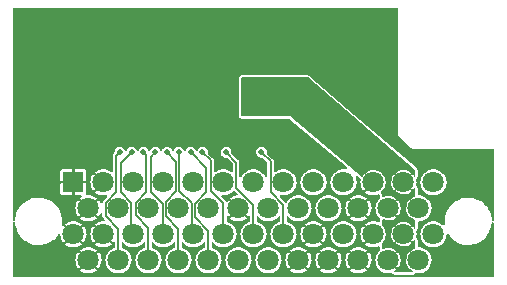
<source format=gbr>
%TF.GenerationSoftware,KiCad,Pcbnew,6.0.0*%
%TF.CreationDate,2022-01-16T11:48:38-05:00*%
%TF.ProjectId,AtomiswaveNetwork,41746f6d-6973-4776-9176-654e6574776f,rev?*%
%TF.SameCoordinates,Original*%
%TF.FileFunction,Copper,L2,Bot*%
%TF.FilePolarity,Positive*%
%FSLAX46Y46*%
G04 Gerber Fmt 4.6, Leading zero omitted, Abs format (unit mm)*
G04 Created by KiCad (PCBNEW 6.0.0) date 2022-01-16 11:48:38*
%MOMM*%
%LPD*%
G01*
G04 APERTURE LIST*
%TA.AperFunction,ComponentPad*%
%ADD10R,1.800000X1.800000*%
%TD*%
%TA.AperFunction,ComponentPad*%
%ADD11C,1.800000*%
%TD*%
%TA.AperFunction,ViaPad*%
%ADD12C,0.500000*%
%TD*%
%TA.AperFunction,Conductor*%
%ADD13C,0.127000*%
%TD*%
G04 APERTURE END LIST*
D10*
%TO.P,U1,1,GND*%
%TO.N,GND*%
X132080000Y-91440000D03*
D11*
%TO.P,U1,2,GND*%
X134620000Y-91440000D03*
%TO.P,U1,3,AD3_D3*%
%TO.N,/AD3_D3*%
X137160000Y-91440000D03*
%TO.P,U1,4,AD7_D7*%
%TO.N,/AD7_D7*%
X139700000Y-91440000D03*
%TO.P,U1,5,AD11_A3*%
%TO.N,/AD11_A3*%
X142240000Y-91440000D03*
%TO.P,U1,6,AD15_A7*%
%TO.N,/AD15_A7*%
X144780000Y-91440000D03*
%TO.P,U1,7*%
%TO.N,N/C*%
X147320000Y-91440000D03*
%TO.P,U1,8,LBE_WE_n*%
%TO.N,/LBE_WE_n*%
X149860000Y-91440000D03*
%TO.P,U1,9,CLK*%
%TO.N,/CLK*%
X152400000Y-91440000D03*
%TO.P,U1,10*%
%TO.N,N/C*%
X154940000Y-91440000D03*
%TO.P,U1,11,GND*%
%TO.N,GND*%
X157480000Y-91440000D03*
%TO.P,U1,12,3.3V*%
%TO.N,+3V3*%
X160020000Y-91440000D03*
%TO.P,U1,13*%
%TO.N,N/C*%
X162560000Y-91440000D03*
%TO.P,U1,14,GND*%
%TO.N,GND*%
X133350000Y-93640000D03*
%TO.P,U1,15,AD1_D1*%
%TO.N,/AD1_D1*%
X135890000Y-93640000D03*
%TO.P,U1,16,AD5_D5*%
%TO.N,/AD5_D5*%
X138430000Y-93640000D03*
%TO.P,U1,17,AD9_A1*%
%TO.N,/AD9_A1*%
X140970000Y-93640000D03*
%TO.P,U1,18,AD13_A5*%
%TO.N,/AD13_A5*%
X143510000Y-93640000D03*
%TO.P,U1,19,GND*%
%TO.N,GND*%
X146050000Y-93640000D03*
%TO.P,U1,20,BTB_n*%
%TO.N,/BTB_n*%
X148590000Y-93640000D03*
%TO.P,U1,21,RESET_n*%
%TO.N,/RESET_n*%
X151130000Y-93640000D03*
%TO.P,U1,22*%
%TO.N,N/C*%
X153670000Y-93640000D03*
%TO.P,U1,23,GND*%
%TO.N,GND*%
X156210000Y-93640000D03*
%TO.P,U1,24,3.3V*%
%TO.N,+3V3*%
X158750000Y-93640000D03*
%TO.P,U1,25*%
%TO.N,N/C*%
X161290000Y-93640000D03*
%TO.P,U1,26,GND*%
%TO.N,GND*%
X132080000Y-95840000D03*
%TO.P,U1,27,GND*%
X134620000Y-95840000D03*
%TO.P,U1,28,AD2_D2*%
%TO.N,/AD2_D2*%
X137160000Y-95840000D03*
%TO.P,U1,29,AD6_D6*%
%TO.N,/AD6_D6*%
X139700000Y-95840000D03*
%TO.P,U1,30,AD10_A2*%
%TO.N,/AD10_A2*%
X142240000Y-95840000D03*
%TO.P,U1,31,AD14_A6*%
%TO.N,/AD14_A6*%
X144780000Y-95840000D03*
%TO.P,U1,32,BTA_n*%
%TO.N,/BTA_n*%
X147320000Y-95840000D03*
%TO.P,U1,33,UBE_RD_n*%
%TO.N,/UBE_RD_n*%
X149860000Y-95840000D03*
%TO.P,U1,34,GND*%
%TO.N,GND*%
X152400000Y-95840000D03*
%TO.P,U1,35*%
%TO.N,N/C*%
X154940000Y-95840000D03*
%TO.P,U1,36,GND*%
%TO.N,GND*%
X157480000Y-95840000D03*
%TO.P,U1,37,3.3V*%
%TO.N,+3V3*%
X160020000Y-95840000D03*
%TO.P,U1,38*%
%TO.N,N/C*%
X162560000Y-95840000D03*
%TO.P,U1,39,GND*%
%TO.N,GND*%
X133350000Y-98040000D03*
%TO.P,U1,40,AD0_D0*%
%TO.N,/AD0_D0*%
X135890000Y-98040000D03*
%TO.P,U1,41,AD4_D4*%
%TO.N,/AD4_D4*%
X138430000Y-98040000D03*
%TO.P,U1,42,AD8_A0*%
%TO.N,/AD8_A0*%
X140970000Y-98040000D03*
%TO.P,U1,43,AD12_A4*%
%TO.N,/AD12_A4*%
X143510000Y-98040000D03*
%TO.P,U1,44,IRQB_n*%
%TO.N,/IRQB_n*%
X146050000Y-98040000D03*
%TO.P,U1,45,AEN_n*%
%TO.N,/AEN_n*%
X148590000Y-98040000D03*
%TO.P,U1,46,GND*%
%TO.N,GND*%
X151130000Y-98040000D03*
%TO.P,U1,47,GND*%
X153670000Y-98040000D03*
%TO.P,U1,48,GND*%
X156210000Y-98040000D03*
%TO.P,U1,49,3.3V*%
%TO.N,+3V3*%
X158750000Y-98040000D03*
%TO.P,U1,50*%
%TO.N,N/C*%
X161290000Y-98040000D03*
%TD*%
D12*
%TO.N,/UBE_RD_n*%
X148000000Y-88900000D03*
%TO.N,/BTA_n*%
X145000000Y-88900000D03*
%TO.N,/AD14_A6*%
X143000000Y-88900000D03*
%TO.N,/AD12_A4*%
X142000000Y-88900000D03*
%TO.N,/AD10_A2*%
X141000000Y-88900000D03*
%TO.N,/AD8_A0*%
X140000000Y-88900000D03*
%TO.N,/AD6_D6*%
X139000000Y-88900000D03*
%TO.N,/AD4_D4*%
X138000000Y-88900000D03*
%TO.N,/AD2_D2*%
X137000000Y-88900000D03*
%TO.N,/AD0_D0*%
X136000000Y-88900000D03*
%TO.N,GND*%
X160020000Y-88900000D03*
X157480000Y-83820000D03*
X132080000Y-78740000D03*
X165100000Y-88900000D03*
X129540000Y-88900000D03*
X134620000Y-83820000D03*
X137160000Y-78740000D03*
X129540000Y-83820000D03*
X129540000Y-86360000D03*
X132080000Y-83820000D03*
X147320000Y-78740000D03*
X162560000Y-88900000D03*
X144272000Y-83820000D03*
X157480000Y-81280000D03*
X142240000Y-78740000D03*
X144780000Y-78740000D03*
X134620000Y-86360000D03*
X134620000Y-78740000D03*
X132080000Y-88900000D03*
X165100000Y-91440000D03*
X144272000Y-86360000D03*
X154940000Y-78740000D03*
X157480000Y-86360000D03*
X152400000Y-78740000D03*
X129540000Y-81280000D03*
X134620000Y-88900000D03*
X132080000Y-86360000D03*
X154940000Y-83820000D03*
X139700000Y-78740000D03*
X149860000Y-78740000D03*
X152400000Y-88900000D03*
X144272000Y-88900000D03*
X129540000Y-91440000D03*
%TO.N,+3V3*%
X147066000Y-85090000D03*
X147066000Y-83058000D03*
X147066000Y-84074000D03*
%TD*%
D13*
%TO.N,/UBE_RD_n*%
X148000000Y-88900000D02*
X148769989Y-89669989D01*
X148769989Y-89669989D02*
X148769989Y-92269989D01*
X148769989Y-92269989D02*
X149860000Y-93360000D01*
X149860000Y-93360000D02*
X149860000Y-95840000D01*
%TO.N,/AD14_A6*%
X143689989Y-92139989D02*
X144780000Y-93230000D01*
X144780000Y-93230000D02*
X144780000Y-95840000D01*
%TO.N,/BTA_n*%
X145870011Y-89770011D02*
X145870011Y-91918502D01*
X145000000Y-88900000D02*
X145870011Y-89770011D01*
X145870011Y-91918502D02*
X147320000Y-93368491D01*
X147320000Y-93368491D02*
X147320000Y-95840000D01*
%TO.N,/AD14_A6*%
X143689989Y-89589989D02*
X143689989Y-92139989D01*
X143000000Y-88900000D02*
X143689989Y-89589989D01*
%TO.N,/AD10_A2*%
X141043531Y-92143531D02*
X142096480Y-93196480D01*
X142096480Y-93196480D02*
X142096480Y-95696480D01*
X142096480Y-95696480D02*
X142240000Y-95840000D01*
%TO.N,/AD12_A4*%
X142000000Y-88900000D02*
X143330011Y-90230011D01*
X143330011Y-90230011D02*
X143330011Y-92278480D01*
X143330011Y-92278480D02*
X142350000Y-93258491D01*
X142350000Y-93258491D02*
X142350000Y-94408491D01*
X142350000Y-94408491D02*
X143510000Y-95568491D01*
X143510000Y-95568491D02*
X143510000Y-98040000D01*
%TO.N,/AD10_A2*%
X141000000Y-88900000D02*
X141043531Y-88943531D01*
X141043531Y-88943531D02*
X141043531Y-92143531D01*
%TO.N,/AD6_D6*%
X138609989Y-92278480D02*
X139626469Y-93294960D01*
X139626469Y-93294960D02*
X139626469Y-95766469D01*
X139626469Y-95766469D02*
X139700000Y-95840000D01*
%TO.N,/AD8_A0*%
X140000000Y-88900000D02*
X140790011Y-89690011D01*
X140790011Y-89690011D02*
X140790011Y-92159989D01*
X140970000Y-95420000D02*
X140970000Y-98040000D01*
X140790011Y-92159989D02*
X139879989Y-93070011D01*
X139879989Y-93070011D02*
X139879989Y-94329989D01*
X139879989Y-94329989D02*
X140970000Y-95420000D01*
%TO.N,/AD6_D6*%
X138609989Y-89290011D02*
X138609989Y-92278480D01*
X139000000Y-88900000D02*
X138609989Y-89290011D01*
%TO.N,/AD4_D4*%
X138000000Y-88900000D02*
X138250011Y-89150011D01*
X138250011Y-89150011D02*
X138250011Y-92249989D01*
%TO.N,/AD2_D2*%
X136069989Y-92278480D02*
X136980011Y-93188502D01*
X136980011Y-93188502D02*
X136980011Y-95660011D01*
X136980011Y-95660011D02*
X137160000Y-95840000D01*
%TO.N,/AD4_D4*%
X137339989Y-93160011D02*
X137339989Y-94189989D01*
X138250011Y-92249989D02*
X137339989Y-93160011D01*
X137339989Y-94189989D02*
X138430000Y-95280000D01*
X138430000Y-95280000D02*
X138430000Y-98040000D01*
%TO.N,/AD0_D0*%
X136000000Y-88900000D02*
X135710011Y-89189989D01*
X135710011Y-89189989D02*
X135710011Y-92278480D01*
X135710011Y-92278480D02*
X134799989Y-93188502D01*
%TO.N,/AD2_D2*%
X137000000Y-88900000D02*
X136069989Y-89830011D01*
X136069989Y-89830011D02*
X136069989Y-92278480D01*
%TO.N,/AD0_D0*%
X134799989Y-93188502D02*
X134799989Y-94299989D01*
X134799989Y-94299989D02*
X135890000Y-95390000D01*
X135890000Y-95390000D02*
X135890000Y-98040000D01*
%TD*%
%TA.AperFunction,Conductor*%
%TO.N,GND*%
G36*
X159525191Y-76672907D02*
G01*
X159561155Y-76722407D01*
X159566000Y-76753000D01*
X159566000Y-87335487D01*
X159565567Y-87343118D01*
X159562175Y-87352777D01*
X159563408Y-87363857D01*
X159563408Y-87363859D01*
X159565392Y-87381682D01*
X159566000Y-87392633D01*
X159566000Y-87398546D01*
X159567237Y-87403967D01*
X159567241Y-87404005D01*
X159569098Y-87414991D01*
X159571033Y-87432380D01*
X159571035Y-87432386D01*
X159572268Y-87443464D01*
X159577803Y-87452306D01*
X159578177Y-87453607D01*
X159578829Y-87454790D01*
X159581150Y-87464962D01*
X159588097Y-87473680D01*
X159599004Y-87487368D01*
X159605485Y-87496521D01*
X159608511Y-87501354D01*
X159612637Y-87505480D01*
X159620055Y-87513785D01*
X159638015Y-87536323D01*
X159647357Y-87540829D01*
X159653287Y-87546130D01*
X160611935Y-88504778D01*
X160617023Y-88510479D01*
X160621453Y-88519705D01*
X160630159Y-88526667D01*
X160644165Y-88537868D01*
X160652338Y-88545181D01*
X160656521Y-88549364D01*
X160661220Y-88552318D01*
X160661246Y-88552338D01*
X160670345Y-88558805D01*
X160674806Y-88562372D01*
X160692715Y-88576694D01*
X160702882Y-88579031D01*
X160704066Y-88579687D01*
X160705366Y-88580063D01*
X160714197Y-88585614D01*
X160742659Y-88588832D01*
X160753721Y-88590723D01*
X160753817Y-88590745D01*
X160753820Y-88590745D01*
X160759277Y-88592000D01*
X160765104Y-88592000D01*
X160776226Y-88592627D01*
X160793788Y-88594613D01*
X160793790Y-88594613D01*
X160804866Y-88595865D01*
X160814660Y-88592445D01*
X160822614Y-88592000D01*
X167595000Y-88592000D01*
X167653191Y-88610907D01*
X167689155Y-88660407D01*
X167694000Y-88691000D01*
X167694000Y-94607848D01*
X167675093Y-94666039D01*
X167625593Y-94702003D01*
X167564407Y-94702003D01*
X167514907Y-94666039D01*
X167496247Y-94614840D01*
X167485353Y-94460974D01*
X167485352Y-94460968D01*
X167485105Y-94457478D01*
X167425494Y-94180592D01*
X167327463Y-93914869D01*
X167210362Y-93697842D01*
X167194631Y-93668687D01*
X167194630Y-93668685D01*
X167192970Y-93665609D01*
X167182244Y-93651086D01*
X167061411Y-93487493D01*
X167024697Y-93437786D01*
X166845742Y-93255998D01*
X166828459Y-93238441D01*
X166828452Y-93238435D01*
X166826002Y-93235946D01*
X166600851Y-93064115D01*
X166597794Y-93062403D01*
X166597791Y-93062401D01*
X166356793Y-92927436D01*
X166356792Y-92927435D01*
X166353734Y-92925723D01*
X166089583Y-92823531D01*
X166086177Y-92822741D01*
X166086172Y-92822740D01*
X165887722Y-92776742D01*
X165813668Y-92759577D01*
X165593326Y-92740493D01*
X165534983Y-92735440D01*
X165534982Y-92735440D01*
X165531495Y-92735138D01*
X165410192Y-92741814D01*
X165252192Y-92750509D01*
X165252186Y-92750510D01*
X165248693Y-92750702D01*
X164970906Y-92805957D01*
X164703675Y-92899802D01*
X164682332Y-92910889D01*
X164455439Y-93028750D01*
X164455433Y-93028754D01*
X164452333Y-93030364D01*
X164449485Y-93032399D01*
X164449482Y-93032401D01*
X164224745Y-93193000D01*
X164224742Y-93193003D01*
X164221895Y-93195037D01*
X164219362Y-93197453D01*
X164219360Y-93197455D01*
X164019497Y-93388115D01*
X164019491Y-93388121D01*
X164016959Y-93390537D01*
X163841613Y-93612962D01*
X163699357Y-93857874D01*
X163681407Y-93902191D01*
X163602876Y-94096074D01*
X163593028Y-94120387D01*
X163592184Y-94123786D01*
X163532978Y-94362133D01*
X163524748Y-94395263D01*
X163524391Y-94398744D01*
X163524391Y-94398746D01*
X163498683Y-94649664D01*
X163495880Y-94677018D01*
X163496017Y-94680509D01*
X163496017Y-94680514D01*
X163497489Y-94717955D01*
X163498355Y-94740000D01*
X163507000Y-94960029D01*
X163507629Y-94963472D01*
X163507629Y-94963474D01*
X163510070Y-94976839D01*
X163501925Y-95037480D01*
X163459692Y-95081751D01*
X163399502Y-95092744D01*
X163345480Y-95067323D01*
X163313196Y-95037480D01*
X163232812Y-94963174D01*
X163227828Y-94960029D01*
X163065594Y-94857667D01*
X163061757Y-94855246D01*
X162873898Y-94780298D01*
X162675526Y-94740839D01*
X162575930Y-94739535D01*
X162477826Y-94738251D01*
X162477821Y-94738251D01*
X162473286Y-94738192D01*
X162468813Y-94738961D01*
X162468808Y-94738961D01*
X162386595Y-94753088D01*
X162273949Y-94772444D01*
X162084193Y-94842449D01*
X161910371Y-94945862D01*
X161906956Y-94948857D01*
X161906953Y-94948859D01*
X161843302Y-95004680D01*
X161758305Y-95079220D01*
X161755497Y-95082782D01*
X161635951Y-95234427D01*
X161633089Y-95238057D01*
X161538914Y-95417053D01*
X161537569Y-95421384D01*
X161537568Y-95421387D01*
X161498569Y-95546988D01*
X161478937Y-95610213D01*
X161455164Y-95811069D01*
X161458334Y-95859428D01*
X161467133Y-95993680D01*
X161468392Y-96012894D01*
X161469508Y-96017287D01*
X161469508Y-96017289D01*
X161514243Y-96193434D01*
X161518178Y-96208928D01*
X161602856Y-96392607D01*
X161719588Y-96557780D01*
X161864466Y-96698913D01*
X162032637Y-96811282D01*
X162218470Y-96891122D01*
X162415740Y-96935760D01*
X162617842Y-96943700D01*
X162644058Y-96939899D01*
X162813519Y-96915329D01*
X162813522Y-96915328D01*
X162818007Y-96914678D01*
X162948843Y-96870265D01*
X163005234Y-96851123D01*
X163005237Y-96851121D01*
X163009531Y-96849664D01*
X163186001Y-96750837D01*
X163341505Y-96621505D01*
X163470837Y-96466001D01*
X163569664Y-96289531D01*
X163571194Y-96285026D01*
X163618752Y-96144923D01*
X163634678Y-96098007D01*
X163643897Y-96034427D01*
X163663130Y-95901774D01*
X163690192Y-95846899D01*
X163744340Y-95818410D01*
X163804892Y-95827190D01*
X163842547Y-95859692D01*
X163935152Y-95993680D01*
X163937518Y-95996240D01*
X163937524Y-95996247D01*
X164035458Y-96102191D01*
X164127408Y-96201662D01*
X164130118Y-96203868D01*
X164130122Y-96203872D01*
X164154248Y-96223513D01*
X164347052Y-96380479D01*
X164350044Y-96382281D01*
X164350045Y-96382281D01*
X164400040Y-96412380D01*
X164589700Y-96526565D01*
X164654674Y-96554078D01*
X164836622Y-96631123D01*
X164850510Y-96637004D01*
X165124280Y-96709593D01*
X165127753Y-96710004D01*
X165127758Y-96710005D01*
X165344308Y-96735635D01*
X165405546Y-96742883D01*
X165409035Y-96742801D01*
X165409040Y-96742801D01*
X165526871Y-96740024D01*
X165688697Y-96736210D01*
X165968083Y-96689708D01*
X165971415Y-96688654D01*
X165971420Y-96688653D01*
X166131891Y-96637902D01*
X166238130Y-96604303D01*
X166241288Y-96602787D01*
X166241292Y-96602785D01*
X166490288Y-96483219D01*
X166490289Y-96483218D01*
X166493449Y-96481701D01*
X166667043Y-96365709D01*
X166726033Y-96326293D01*
X166726035Y-96326291D01*
X166728945Y-96324347D01*
X166763622Y-96293288D01*
X166937316Y-96137716D01*
X166937322Y-96137709D01*
X166939922Y-96135381D01*
X166975111Y-96093519D01*
X167119911Y-95921257D01*
X167119912Y-95921256D01*
X167122167Y-95918573D01*
X167272046Y-95678250D01*
X167386568Y-95419206D01*
X167388308Y-95413039D01*
X167431782Y-95258889D01*
X167463448Y-95146611D01*
X167496881Y-94897700D01*
X167523367Y-94842544D01*
X167577214Y-94813490D01*
X167637854Y-94821635D01*
X167682126Y-94863868D01*
X167694000Y-94910879D01*
X167694000Y-99401000D01*
X167675093Y-99459191D01*
X167625593Y-99495155D01*
X167595000Y-99500000D01*
X127045000Y-99500000D01*
X126986809Y-99481093D01*
X126950845Y-99431593D01*
X126946000Y-99401000D01*
X126946000Y-98888521D01*
X132648729Y-98888521D01*
X132649496Y-98893368D01*
X132649511Y-98893388D01*
X132651532Y-98895357D01*
X132658554Y-98901044D01*
X132819099Y-99008317D01*
X132827054Y-99012635D01*
X133004446Y-99088849D01*
X133013058Y-99091647D01*
X133201380Y-99134261D01*
X133210339Y-99135440D01*
X133403289Y-99143021D01*
X133412299Y-99142549D01*
X133603399Y-99114841D01*
X133612191Y-99112730D01*
X133795026Y-99050666D01*
X133803288Y-99046988D01*
X133971757Y-98952640D01*
X133979205Y-98947521D01*
X134041888Y-98895388D01*
X134049004Y-98884110D01*
X134048818Y-98881277D01*
X134046816Y-98878237D01*
X133361086Y-98192507D01*
X133349203Y-98186453D01*
X133344172Y-98187249D01*
X132654783Y-98876638D01*
X132648729Y-98888521D01*
X126946000Y-98888521D01*
X126946000Y-98015610D01*
X132245963Y-98015610D01*
X132258591Y-98208289D01*
X132260004Y-98217210D01*
X132307534Y-98404359D01*
X132310554Y-98412887D01*
X132391389Y-98588232D01*
X132395910Y-98596063D01*
X132493117Y-98733607D01*
X132503804Y-98741587D01*
X132504553Y-98741597D01*
X132510684Y-98737895D01*
X133197493Y-98051086D01*
X133202735Y-98040797D01*
X133496453Y-98040797D01*
X133497249Y-98045828D01*
X134184277Y-98732856D01*
X134196160Y-98738910D01*
X134198962Y-98738467D01*
X134201808Y-98736193D01*
X134257521Y-98669205D01*
X134262640Y-98661757D01*
X134356988Y-98493288D01*
X134360666Y-98485026D01*
X134422730Y-98302191D01*
X134424841Y-98293399D01*
X134452782Y-98100691D01*
X134453275Y-98094907D01*
X134454637Y-98042914D01*
X134454447Y-98037101D01*
X134436629Y-97843200D01*
X134434982Y-97834314D01*
X134382570Y-97648473D01*
X134379332Y-97640038D01*
X134293928Y-97466855D01*
X134289209Y-97459154D01*
X134205848Y-97347521D01*
X134194954Y-97339822D01*
X134193505Y-97339841D01*
X134188414Y-97343007D01*
X133502507Y-98028914D01*
X133496453Y-98040797D01*
X133202735Y-98040797D01*
X133203547Y-98039203D01*
X133202751Y-98034172D01*
X132515442Y-97346863D01*
X132503559Y-97340809D01*
X132501442Y-97341144D01*
X132497711Y-97344206D01*
X132426322Y-97434763D01*
X132421397Y-97442346D01*
X132331490Y-97613231D01*
X132328032Y-97621579D01*
X132270773Y-97805984D01*
X132268895Y-97814821D01*
X132246199Y-98006578D01*
X132245963Y-98015610D01*
X126946000Y-98015610D01*
X126946000Y-97195505D01*
X132650772Y-97195505D01*
X132651096Y-97199023D01*
X132652467Y-97201046D01*
X133338914Y-97887493D01*
X133350797Y-97893547D01*
X133355828Y-97892751D01*
X134043899Y-97204680D01*
X134049953Y-97192797D01*
X134049293Y-97188630D01*
X134048545Y-97187641D01*
X134025837Y-97166650D01*
X134018670Y-97161151D01*
X133855369Y-97058117D01*
X133847315Y-97054013D01*
X133667969Y-96982460D01*
X133659306Y-96979894D01*
X133469928Y-96942225D01*
X133460935Y-96941280D01*
X133267864Y-96938751D01*
X133258849Y-96939461D01*
X133068555Y-96972160D01*
X133059819Y-96974501D01*
X132878668Y-97041331D01*
X132870506Y-97045224D01*
X132704562Y-97143950D01*
X132697260Y-97149255D01*
X132657591Y-97184044D01*
X132650772Y-97195505D01*
X126946000Y-97195505D01*
X126946000Y-94885627D01*
X126964907Y-94827436D01*
X127014407Y-94791472D01*
X127075593Y-94791472D01*
X127125093Y-94827436D01*
X127143924Y-94881740D01*
X127147000Y-94960029D01*
X127147629Y-94963472D01*
X127147629Y-94963474D01*
X127197126Y-95234492D01*
X127197885Y-95238650D01*
X127198992Y-95241968D01*
X127198993Y-95241972D01*
X127257405Y-95417053D01*
X127287521Y-95507322D01*
X127289086Y-95510454D01*
X127289088Y-95510459D01*
X127336767Y-95605880D01*
X127414118Y-95760684D01*
X127575152Y-95993680D01*
X127577518Y-95996240D01*
X127577524Y-95996247D01*
X127675458Y-96102191D01*
X127767408Y-96201662D01*
X127770118Y-96203868D01*
X127770122Y-96203872D01*
X127794248Y-96223513D01*
X127987052Y-96380479D01*
X127990044Y-96382281D01*
X127990045Y-96382281D01*
X128040040Y-96412380D01*
X128229700Y-96526565D01*
X128294674Y-96554078D01*
X128476622Y-96631123D01*
X128490510Y-96637004D01*
X128764280Y-96709593D01*
X128767753Y-96710004D01*
X128767758Y-96710005D01*
X128984308Y-96735635D01*
X129045546Y-96742883D01*
X129049035Y-96742801D01*
X129049040Y-96742801D01*
X129166871Y-96740024D01*
X129328697Y-96736210D01*
X129608083Y-96689708D01*
X129611415Y-96688654D01*
X129611420Y-96688653D01*
X129611837Y-96688521D01*
X131378729Y-96688521D01*
X131379496Y-96693368D01*
X131379511Y-96693388D01*
X131381532Y-96695357D01*
X131388554Y-96701044D01*
X131549099Y-96808317D01*
X131557054Y-96812635D01*
X131734446Y-96888849D01*
X131743058Y-96891647D01*
X131931380Y-96934261D01*
X131940339Y-96935440D01*
X132133289Y-96943021D01*
X132142299Y-96942549D01*
X132333399Y-96914841D01*
X132342191Y-96912730D01*
X132525026Y-96850666D01*
X132533288Y-96846988D01*
X132701757Y-96752640D01*
X132709205Y-96747521D01*
X132771888Y-96695388D01*
X132776221Y-96688521D01*
X133918729Y-96688521D01*
X133919496Y-96693368D01*
X133919511Y-96693388D01*
X133921532Y-96695357D01*
X133928554Y-96701044D01*
X134089099Y-96808317D01*
X134097054Y-96812635D01*
X134274446Y-96888849D01*
X134283058Y-96891647D01*
X134471380Y-96934261D01*
X134480339Y-96935440D01*
X134673289Y-96943021D01*
X134682299Y-96942549D01*
X134873399Y-96914841D01*
X134882191Y-96912730D01*
X135065026Y-96850666D01*
X135073288Y-96846988D01*
X135241757Y-96752640D01*
X135249205Y-96747521D01*
X135311888Y-96695388D01*
X135319004Y-96684110D01*
X135318818Y-96681277D01*
X135316816Y-96678237D01*
X134631086Y-95992507D01*
X134619203Y-95986453D01*
X134614172Y-95987249D01*
X133924783Y-96676638D01*
X133918729Y-96688521D01*
X132776221Y-96688521D01*
X132779004Y-96684110D01*
X132778818Y-96681277D01*
X132776816Y-96678237D01*
X132091086Y-95992507D01*
X132079203Y-95986453D01*
X132074172Y-95987249D01*
X131384783Y-96676638D01*
X131378729Y-96688521D01*
X129611837Y-96688521D01*
X129771891Y-96637902D01*
X129878130Y-96604303D01*
X129881288Y-96602787D01*
X129881292Y-96602785D01*
X130130288Y-96483219D01*
X130130289Y-96483218D01*
X130133449Y-96481701D01*
X130307043Y-96365709D01*
X130366033Y-96326293D01*
X130366035Y-96326291D01*
X130368945Y-96324347D01*
X130403622Y-96293288D01*
X130577316Y-96137716D01*
X130577322Y-96137709D01*
X130579922Y-96135381D01*
X130615111Y-96093519D01*
X130759911Y-95921257D01*
X130759912Y-95921256D01*
X130762167Y-95918573D01*
X130799053Y-95859428D01*
X130845890Y-95820058D01*
X130906922Y-95815737D01*
X130958839Y-95848115D01*
X130981844Y-95905342D01*
X130988591Y-96008289D01*
X130990004Y-96017210D01*
X131037534Y-96204359D01*
X131040554Y-96212887D01*
X131121389Y-96388232D01*
X131125910Y-96396063D01*
X131223117Y-96533607D01*
X131233804Y-96541587D01*
X131234553Y-96541597D01*
X131240684Y-96537895D01*
X131927493Y-95851086D01*
X131932735Y-95840797D01*
X132226453Y-95840797D01*
X132227249Y-95845828D01*
X132914277Y-96532856D01*
X132926160Y-96538910D01*
X132928962Y-96538467D01*
X132931808Y-96536193D01*
X132987521Y-96469205D01*
X132992640Y-96461757D01*
X133086988Y-96293288D01*
X133090666Y-96285026D01*
X133152730Y-96102191D01*
X133154841Y-96093399D01*
X133182782Y-95900691D01*
X133183275Y-95894907D01*
X133184637Y-95842914D01*
X133184447Y-95837101D01*
X133182472Y-95815610D01*
X133515963Y-95815610D01*
X133528591Y-96008289D01*
X133530004Y-96017210D01*
X133577534Y-96204359D01*
X133580554Y-96212887D01*
X133661389Y-96388232D01*
X133665910Y-96396063D01*
X133763117Y-96533607D01*
X133773804Y-96541587D01*
X133774553Y-96541597D01*
X133780684Y-96537895D01*
X134467493Y-95851086D01*
X134473547Y-95839203D01*
X134472751Y-95834172D01*
X133785442Y-95146863D01*
X133773559Y-95140809D01*
X133771442Y-95141144D01*
X133767711Y-95144206D01*
X133696322Y-95234763D01*
X133691397Y-95242346D01*
X133601490Y-95413231D01*
X133598032Y-95421579D01*
X133540773Y-95605984D01*
X133538895Y-95614821D01*
X133516199Y-95806578D01*
X133515963Y-95815610D01*
X133182472Y-95815610D01*
X133166629Y-95643200D01*
X133164982Y-95634314D01*
X133112570Y-95448473D01*
X133109332Y-95440038D01*
X133023928Y-95266855D01*
X133019209Y-95259154D01*
X132935848Y-95147521D01*
X132924954Y-95139822D01*
X132923505Y-95139841D01*
X132918414Y-95143007D01*
X132232507Y-95828914D01*
X132226453Y-95840797D01*
X131932735Y-95840797D01*
X131933547Y-95839203D01*
X131932751Y-95834172D01*
X131245442Y-95146863D01*
X131233560Y-95140809D01*
X131232719Y-95140942D01*
X131172287Y-95131371D01*
X131129022Y-95088106D01*
X131119113Y-95029982D01*
X131123272Y-94999023D01*
X131123745Y-94995505D01*
X131380772Y-94995505D01*
X131381096Y-94999023D01*
X131382467Y-95001046D01*
X132068914Y-95687493D01*
X132080797Y-95693547D01*
X132085828Y-95692751D01*
X132773899Y-95004680D01*
X132779953Y-94992797D01*
X132779293Y-94988630D01*
X132778545Y-94987641D01*
X132755837Y-94966650D01*
X132748670Y-94961151D01*
X132585369Y-94858117D01*
X132577315Y-94854013D01*
X132397969Y-94782460D01*
X132389306Y-94779894D01*
X132199928Y-94742225D01*
X132190935Y-94741280D01*
X131997864Y-94738751D01*
X131988849Y-94739461D01*
X131798555Y-94772160D01*
X131789819Y-94774501D01*
X131608668Y-94841331D01*
X131600506Y-94845224D01*
X131434562Y-94943950D01*
X131427260Y-94949255D01*
X131387591Y-94984044D01*
X131380772Y-94995505D01*
X131123745Y-94995505D01*
X131141152Y-94865902D01*
X131141540Y-94853564D01*
X131145030Y-94742528D01*
X131145030Y-94742519D01*
X131145109Y-94740000D01*
X131144931Y-94737481D01*
X131127303Y-94488521D01*
X132648729Y-94488521D01*
X132649496Y-94493368D01*
X132649511Y-94493388D01*
X132651532Y-94495357D01*
X132658554Y-94501044D01*
X132819099Y-94608317D01*
X132827054Y-94612635D01*
X133004446Y-94688849D01*
X133013058Y-94691647D01*
X133201380Y-94734261D01*
X133210339Y-94735440D01*
X133403289Y-94743021D01*
X133412299Y-94742549D01*
X133603399Y-94714841D01*
X133612191Y-94712730D01*
X133795026Y-94650666D01*
X133803288Y-94646988D01*
X133971757Y-94552640D01*
X133979205Y-94547521D01*
X134041888Y-94495388D01*
X134049004Y-94484110D01*
X134048818Y-94481277D01*
X134046816Y-94478237D01*
X133361086Y-93792507D01*
X133349203Y-93786453D01*
X133344172Y-93787249D01*
X132654783Y-94476638D01*
X132648729Y-94488521D01*
X131127303Y-94488521D01*
X131125353Y-94460974D01*
X131125352Y-94460968D01*
X131125105Y-94457478D01*
X131065494Y-94180592D01*
X130967463Y-93914869D01*
X130850362Y-93697842D01*
X130834631Y-93668687D01*
X130834630Y-93668685D01*
X130832970Y-93665609D01*
X130822244Y-93651086D01*
X130796041Y-93615610D01*
X132245963Y-93615610D01*
X132258591Y-93808289D01*
X132260004Y-93817210D01*
X132307534Y-94004359D01*
X132310554Y-94012887D01*
X132391389Y-94188232D01*
X132395910Y-94196063D01*
X132493117Y-94333607D01*
X132503804Y-94341587D01*
X132504553Y-94341597D01*
X132510684Y-94337895D01*
X133197493Y-93651086D01*
X133202735Y-93640797D01*
X133496453Y-93640797D01*
X133497249Y-93645828D01*
X134184277Y-94332856D01*
X134196160Y-94338910D01*
X134198962Y-94338467D01*
X134201808Y-94336193D01*
X134257521Y-94269205D01*
X134262640Y-94261757D01*
X134350612Y-94104673D01*
X134395542Y-94063141D01*
X134456303Y-94055949D01*
X134509687Y-94085846D01*
X134535303Y-94141411D01*
X134535989Y-94153047D01*
X134535989Y-94264235D01*
X134534087Y-94283548D01*
X134530817Y-94299989D01*
X134535989Y-94325991D01*
X134551306Y-94402997D01*
X134609656Y-94490322D01*
X134623594Y-94499635D01*
X134638591Y-94511943D01*
X134697561Y-94570913D01*
X134725338Y-94625430D01*
X134715767Y-94685862D01*
X134672502Y-94729127D01*
X134626261Y-94739909D01*
X134537864Y-94738751D01*
X134528849Y-94739461D01*
X134338555Y-94772160D01*
X134329819Y-94774501D01*
X134148668Y-94841331D01*
X134140506Y-94845224D01*
X133974562Y-94943950D01*
X133967260Y-94949255D01*
X133927591Y-94984044D01*
X133920772Y-94995505D01*
X133921096Y-94999023D01*
X133922467Y-95001046D01*
X135454277Y-96532856D01*
X135466160Y-96538910D01*
X135476253Y-96537312D01*
X135522466Y-96519919D01*
X135581461Y-96536141D01*
X135619655Y-96583942D01*
X135626000Y-96618815D01*
X135626000Y-96895310D01*
X135607093Y-96953501D01*
X135561267Y-96988190D01*
X135414193Y-97042449D01*
X135240371Y-97145862D01*
X135236956Y-97148857D01*
X135236953Y-97148859D01*
X135173302Y-97204680D01*
X135088305Y-97279220D01*
X135085497Y-97282782D01*
X135037075Y-97344206D01*
X134963089Y-97438057D01*
X134868914Y-97617053D01*
X134867569Y-97621384D01*
X134867568Y-97621387D01*
X134867509Y-97621579D01*
X134808937Y-97810213D01*
X134785164Y-98011069D01*
X134787251Y-98042913D01*
X134797056Y-98192507D01*
X134798392Y-98212894D01*
X134799508Y-98217287D01*
X134799508Y-98217289D01*
X134818868Y-98293519D01*
X134848178Y-98408928D01*
X134932856Y-98592607D01*
X135049588Y-98757780D01*
X135194466Y-98898913D01*
X135362637Y-99011282D01*
X135548470Y-99091122D01*
X135745740Y-99135760D01*
X135947842Y-99143700D01*
X136001377Y-99135938D01*
X136143519Y-99115329D01*
X136143522Y-99115328D01*
X136148007Y-99114678D01*
X136243769Y-99082171D01*
X136335234Y-99051123D01*
X136335237Y-99051121D01*
X136339531Y-99049664D01*
X136516001Y-98950837D01*
X136671505Y-98821505D01*
X136800837Y-98666001D01*
X136899664Y-98489531D01*
X136901194Y-98485026D01*
X136963219Y-98302304D01*
X136964678Y-98298007D01*
X136979975Y-98192507D01*
X136993283Y-98100717D01*
X136993700Y-98097842D01*
X136994925Y-98051086D01*
X136995139Y-98042913D01*
X136995139Y-98042908D01*
X136995215Y-98040000D01*
X136994680Y-98034172D01*
X136981201Y-97887493D01*
X136976708Y-97838591D01*
X136921807Y-97643926D01*
X136832351Y-97462527D01*
X136711335Y-97300467D01*
X136562812Y-97163174D01*
X136549831Y-97154983D01*
X136395594Y-97057667D01*
X136391757Y-97055246D01*
X136216315Y-96985252D01*
X136169273Y-96946128D01*
X136154000Y-96893300D01*
X136154000Y-96631123D01*
X136172907Y-96572932D01*
X136222407Y-96536968D01*
X136283593Y-96536968D01*
X136322081Y-96560209D01*
X136385004Y-96621505D01*
X136464466Y-96698913D01*
X136632637Y-96811282D01*
X136818470Y-96891122D01*
X137015740Y-96935760D01*
X137217842Y-96943700D01*
X137244058Y-96939899D01*
X137413519Y-96915329D01*
X137413522Y-96915328D01*
X137418007Y-96914678D01*
X137548843Y-96870265D01*
X137605234Y-96851123D01*
X137605237Y-96851121D01*
X137609531Y-96849664D01*
X137786001Y-96750837D01*
X137941505Y-96621505D01*
X137944411Y-96618011D01*
X137944416Y-96618006D01*
X137990885Y-96562133D01*
X138042631Y-96529483D01*
X138103685Y-96533485D01*
X138150727Y-96572609D01*
X138166000Y-96625437D01*
X138166000Y-96895310D01*
X138147093Y-96953501D01*
X138101267Y-96988190D01*
X137954193Y-97042449D01*
X137780371Y-97145862D01*
X137776956Y-97148857D01*
X137776953Y-97148859D01*
X137713302Y-97204680D01*
X137628305Y-97279220D01*
X137625497Y-97282782D01*
X137577075Y-97344206D01*
X137503089Y-97438057D01*
X137408914Y-97617053D01*
X137407569Y-97621384D01*
X137407568Y-97621387D01*
X137407509Y-97621579D01*
X137348937Y-97810213D01*
X137325164Y-98011069D01*
X137327251Y-98042913D01*
X137337056Y-98192507D01*
X137338392Y-98212894D01*
X137339508Y-98217287D01*
X137339508Y-98217289D01*
X137358868Y-98293519D01*
X137388178Y-98408928D01*
X137472856Y-98592607D01*
X137589588Y-98757780D01*
X137734466Y-98898913D01*
X137902637Y-99011282D01*
X138088470Y-99091122D01*
X138285740Y-99135760D01*
X138487842Y-99143700D01*
X138541377Y-99135938D01*
X138683519Y-99115329D01*
X138683522Y-99115328D01*
X138688007Y-99114678D01*
X138783769Y-99082171D01*
X138875234Y-99051123D01*
X138875237Y-99051121D01*
X138879531Y-99049664D01*
X139056001Y-98950837D01*
X139211505Y-98821505D01*
X139340837Y-98666001D01*
X139439664Y-98489531D01*
X139441194Y-98485026D01*
X139503219Y-98302304D01*
X139504678Y-98298007D01*
X139519975Y-98192507D01*
X139533283Y-98100717D01*
X139533700Y-98097842D01*
X139534925Y-98051086D01*
X139535139Y-98042913D01*
X139535139Y-98042908D01*
X139535215Y-98040000D01*
X139534680Y-98034172D01*
X139521201Y-97887493D01*
X139516708Y-97838591D01*
X139461807Y-97643926D01*
X139372351Y-97462527D01*
X139251335Y-97300467D01*
X139102812Y-97163174D01*
X139089831Y-97154983D01*
X138935594Y-97057667D01*
X138931757Y-97055246D01*
X138756315Y-96985252D01*
X138709273Y-96946128D01*
X138694000Y-96893300D01*
X138694000Y-96631123D01*
X138712907Y-96572932D01*
X138762407Y-96536968D01*
X138823593Y-96536968D01*
X138862081Y-96560209D01*
X138925004Y-96621505D01*
X139004466Y-96698913D01*
X139172637Y-96811282D01*
X139358470Y-96891122D01*
X139555740Y-96935760D01*
X139757842Y-96943700D01*
X139784058Y-96939899D01*
X139953519Y-96915329D01*
X139953522Y-96915328D01*
X139958007Y-96914678D01*
X140088843Y-96870265D01*
X140145234Y-96851123D01*
X140145237Y-96851121D01*
X140149531Y-96849664D01*
X140326001Y-96750837D01*
X140481505Y-96621505D01*
X140484411Y-96618011D01*
X140484416Y-96618006D01*
X140530885Y-96562133D01*
X140582631Y-96529483D01*
X140643685Y-96533485D01*
X140690727Y-96572609D01*
X140706000Y-96625437D01*
X140706000Y-96895310D01*
X140687093Y-96953501D01*
X140641267Y-96988190D01*
X140494193Y-97042449D01*
X140320371Y-97145862D01*
X140316956Y-97148857D01*
X140316953Y-97148859D01*
X140253302Y-97204680D01*
X140168305Y-97279220D01*
X140165497Y-97282782D01*
X140117075Y-97344206D01*
X140043089Y-97438057D01*
X139948914Y-97617053D01*
X139947569Y-97621384D01*
X139947568Y-97621387D01*
X139947509Y-97621579D01*
X139888937Y-97810213D01*
X139865164Y-98011069D01*
X139867251Y-98042913D01*
X139877056Y-98192507D01*
X139878392Y-98212894D01*
X139879508Y-98217287D01*
X139879508Y-98217289D01*
X139898868Y-98293519D01*
X139928178Y-98408928D01*
X140012856Y-98592607D01*
X140129588Y-98757780D01*
X140274466Y-98898913D01*
X140442637Y-99011282D01*
X140628470Y-99091122D01*
X140825740Y-99135760D01*
X141027842Y-99143700D01*
X141081377Y-99135938D01*
X141223519Y-99115329D01*
X141223522Y-99115328D01*
X141228007Y-99114678D01*
X141323769Y-99082171D01*
X141415234Y-99051123D01*
X141415237Y-99051121D01*
X141419531Y-99049664D01*
X141596001Y-98950837D01*
X141751505Y-98821505D01*
X141880837Y-98666001D01*
X141979664Y-98489531D01*
X141981194Y-98485026D01*
X142043219Y-98302304D01*
X142044678Y-98298007D01*
X142059975Y-98192507D01*
X142073283Y-98100717D01*
X142073700Y-98097842D01*
X142074925Y-98051086D01*
X142075139Y-98042913D01*
X142075139Y-98042908D01*
X142075215Y-98040000D01*
X142074680Y-98034172D01*
X142061201Y-97887493D01*
X142056708Y-97838591D01*
X142001807Y-97643926D01*
X141912351Y-97462527D01*
X141791335Y-97300467D01*
X141642812Y-97163174D01*
X141629831Y-97154983D01*
X141475594Y-97057667D01*
X141471757Y-97055246D01*
X141296315Y-96985252D01*
X141249273Y-96946128D01*
X141234000Y-96893300D01*
X141234000Y-96631123D01*
X141252907Y-96572932D01*
X141302407Y-96536968D01*
X141363593Y-96536968D01*
X141402081Y-96560209D01*
X141465004Y-96621505D01*
X141544466Y-96698913D01*
X141712637Y-96811282D01*
X141898470Y-96891122D01*
X142095740Y-96935760D01*
X142297842Y-96943700D01*
X142324058Y-96939899D01*
X142493519Y-96915329D01*
X142493522Y-96915328D01*
X142498007Y-96914678D01*
X142628843Y-96870265D01*
X142685234Y-96851123D01*
X142685237Y-96851121D01*
X142689531Y-96849664D01*
X142866001Y-96750837D01*
X143021505Y-96621505D01*
X143024411Y-96618011D01*
X143024416Y-96618006D01*
X143070885Y-96562133D01*
X143122631Y-96529483D01*
X143183685Y-96533485D01*
X143230727Y-96572609D01*
X143246000Y-96625437D01*
X143246000Y-96895310D01*
X143227093Y-96953501D01*
X143181267Y-96988190D01*
X143034193Y-97042449D01*
X142860371Y-97145862D01*
X142856956Y-97148857D01*
X142856953Y-97148859D01*
X142793302Y-97204680D01*
X142708305Y-97279220D01*
X142705497Y-97282782D01*
X142657075Y-97344206D01*
X142583089Y-97438057D01*
X142488914Y-97617053D01*
X142487569Y-97621384D01*
X142487568Y-97621387D01*
X142487509Y-97621579D01*
X142428937Y-97810213D01*
X142405164Y-98011069D01*
X142407251Y-98042913D01*
X142417056Y-98192507D01*
X142418392Y-98212894D01*
X142419508Y-98217287D01*
X142419508Y-98217289D01*
X142438868Y-98293519D01*
X142468178Y-98408928D01*
X142552856Y-98592607D01*
X142669588Y-98757780D01*
X142814466Y-98898913D01*
X142982637Y-99011282D01*
X143168470Y-99091122D01*
X143365740Y-99135760D01*
X143567842Y-99143700D01*
X143621377Y-99135938D01*
X143763519Y-99115329D01*
X143763522Y-99115328D01*
X143768007Y-99114678D01*
X143863769Y-99082171D01*
X143955234Y-99051123D01*
X143955237Y-99051121D01*
X143959531Y-99049664D01*
X144136001Y-98950837D01*
X144291505Y-98821505D01*
X144420837Y-98666001D01*
X144519664Y-98489531D01*
X144521194Y-98485026D01*
X144583219Y-98302304D01*
X144584678Y-98298007D01*
X144599975Y-98192507D01*
X144613283Y-98100717D01*
X144613700Y-98097842D01*
X144614925Y-98051086D01*
X144615139Y-98042913D01*
X144615139Y-98042908D01*
X144615215Y-98040000D01*
X144614680Y-98034172D01*
X144612557Y-98011069D01*
X144945164Y-98011069D01*
X144947251Y-98042913D01*
X144957056Y-98192507D01*
X144958392Y-98212894D01*
X144959508Y-98217287D01*
X144959508Y-98217289D01*
X144978868Y-98293519D01*
X145008178Y-98408928D01*
X145092856Y-98592607D01*
X145209588Y-98757780D01*
X145354466Y-98898913D01*
X145522637Y-99011282D01*
X145708470Y-99091122D01*
X145905740Y-99135760D01*
X146107842Y-99143700D01*
X146161377Y-99135938D01*
X146303519Y-99115329D01*
X146303522Y-99115328D01*
X146308007Y-99114678D01*
X146403769Y-99082171D01*
X146495234Y-99051123D01*
X146495237Y-99051121D01*
X146499531Y-99049664D01*
X146676001Y-98950837D01*
X146831505Y-98821505D01*
X146960837Y-98666001D01*
X147059664Y-98489531D01*
X147061194Y-98485026D01*
X147123219Y-98302304D01*
X147124678Y-98298007D01*
X147139975Y-98192507D01*
X147153283Y-98100717D01*
X147153700Y-98097842D01*
X147154925Y-98051086D01*
X147155139Y-98042913D01*
X147155139Y-98042908D01*
X147155215Y-98040000D01*
X147154680Y-98034172D01*
X147152557Y-98011069D01*
X147485164Y-98011069D01*
X147487251Y-98042913D01*
X147497056Y-98192507D01*
X147498392Y-98212894D01*
X147499508Y-98217287D01*
X147499508Y-98217289D01*
X147518868Y-98293519D01*
X147548178Y-98408928D01*
X147632856Y-98592607D01*
X147749588Y-98757780D01*
X147894466Y-98898913D01*
X148062637Y-99011282D01*
X148248470Y-99091122D01*
X148445740Y-99135760D01*
X148647842Y-99143700D01*
X148701377Y-99135938D01*
X148843519Y-99115329D01*
X148843522Y-99115328D01*
X148848007Y-99114678D01*
X148943769Y-99082171D01*
X149035234Y-99051123D01*
X149035237Y-99051121D01*
X149039531Y-99049664D01*
X149216001Y-98950837D01*
X149290927Y-98888521D01*
X150428729Y-98888521D01*
X150429496Y-98893368D01*
X150429511Y-98893388D01*
X150431532Y-98895357D01*
X150438554Y-98901044D01*
X150599099Y-99008317D01*
X150607054Y-99012635D01*
X150784446Y-99088849D01*
X150793058Y-99091647D01*
X150981380Y-99134261D01*
X150990339Y-99135440D01*
X151183289Y-99143021D01*
X151192299Y-99142549D01*
X151383399Y-99114841D01*
X151392191Y-99112730D01*
X151575026Y-99050666D01*
X151583288Y-99046988D01*
X151751757Y-98952640D01*
X151759205Y-98947521D01*
X151821888Y-98895388D01*
X151826221Y-98888521D01*
X152968729Y-98888521D01*
X152969496Y-98893368D01*
X152969511Y-98893388D01*
X152971532Y-98895357D01*
X152978554Y-98901044D01*
X153139099Y-99008317D01*
X153147054Y-99012635D01*
X153324446Y-99088849D01*
X153333058Y-99091647D01*
X153521380Y-99134261D01*
X153530339Y-99135440D01*
X153723289Y-99143021D01*
X153732299Y-99142549D01*
X153923399Y-99114841D01*
X153932191Y-99112730D01*
X154115026Y-99050666D01*
X154123288Y-99046988D01*
X154291757Y-98952640D01*
X154299205Y-98947521D01*
X154361888Y-98895388D01*
X154366221Y-98888521D01*
X155508729Y-98888521D01*
X155509496Y-98893368D01*
X155509511Y-98893388D01*
X155511532Y-98895357D01*
X155518554Y-98901044D01*
X155679099Y-99008317D01*
X155687054Y-99012635D01*
X155864446Y-99088849D01*
X155873058Y-99091647D01*
X156061380Y-99134261D01*
X156070339Y-99135440D01*
X156263289Y-99143021D01*
X156272299Y-99142549D01*
X156463399Y-99114841D01*
X156472191Y-99112730D01*
X156655026Y-99050666D01*
X156663288Y-99046988D01*
X156831757Y-98952640D01*
X156839205Y-98947521D01*
X156901888Y-98895388D01*
X156909004Y-98884110D01*
X156908818Y-98881277D01*
X156906816Y-98878237D01*
X156221086Y-98192507D01*
X156209203Y-98186453D01*
X156204172Y-98187249D01*
X155514783Y-98876638D01*
X155508729Y-98888521D01*
X154366221Y-98888521D01*
X154369004Y-98884110D01*
X154368818Y-98881277D01*
X154366816Y-98878237D01*
X153681086Y-98192507D01*
X153669203Y-98186453D01*
X153664172Y-98187249D01*
X152974783Y-98876638D01*
X152968729Y-98888521D01*
X151826221Y-98888521D01*
X151829004Y-98884110D01*
X151828818Y-98881277D01*
X151826816Y-98878237D01*
X151141086Y-98192507D01*
X151129203Y-98186453D01*
X151124172Y-98187249D01*
X150434783Y-98876638D01*
X150428729Y-98888521D01*
X149290927Y-98888521D01*
X149371505Y-98821505D01*
X149500837Y-98666001D01*
X149599664Y-98489531D01*
X149601194Y-98485026D01*
X149663219Y-98302304D01*
X149664678Y-98298007D01*
X149679975Y-98192507D01*
X149693283Y-98100717D01*
X149693700Y-98097842D01*
X149694925Y-98051086D01*
X149695139Y-98042913D01*
X149695139Y-98042908D01*
X149695215Y-98040000D01*
X149694680Y-98034172D01*
X149692974Y-98015610D01*
X150025963Y-98015610D01*
X150038591Y-98208289D01*
X150040004Y-98217210D01*
X150087534Y-98404359D01*
X150090554Y-98412887D01*
X150171389Y-98588232D01*
X150175910Y-98596063D01*
X150273117Y-98733607D01*
X150283804Y-98741587D01*
X150284553Y-98741597D01*
X150290684Y-98737895D01*
X150977493Y-98051086D01*
X150982735Y-98040797D01*
X151276453Y-98040797D01*
X151277249Y-98045828D01*
X151964277Y-98732856D01*
X151976160Y-98738910D01*
X151978962Y-98738467D01*
X151981808Y-98736193D01*
X152037521Y-98669205D01*
X152042640Y-98661757D01*
X152136988Y-98493288D01*
X152140666Y-98485026D01*
X152202730Y-98302191D01*
X152204841Y-98293399D01*
X152232782Y-98100691D01*
X152233275Y-98094907D01*
X152234637Y-98042914D01*
X152234447Y-98037101D01*
X152232472Y-98015610D01*
X152565963Y-98015610D01*
X152578591Y-98208289D01*
X152580004Y-98217210D01*
X152627534Y-98404359D01*
X152630554Y-98412887D01*
X152711389Y-98588232D01*
X152715910Y-98596063D01*
X152813117Y-98733607D01*
X152823804Y-98741587D01*
X152824553Y-98741597D01*
X152830684Y-98737895D01*
X153517493Y-98051086D01*
X153522735Y-98040797D01*
X153816453Y-98040797D01*
X153817249Y-98045828D01*
X154504277Y-98732856D01*
X154516160Y-98738910D01*
X154518962Y-98738467D01*
X154521808Y-98736193D01*
X154577521Y-98669205D01*
X154582640Y-98661757D01*
X154676988Y-98493288D01*
X154680666Y-98485026D01*
X154742730Y-98302191D01*
X154744841Y-98293399D01*
X154772782Y-98100691D01*
X154773275Y-98094907D01*
X154774637Y-98042914D01*
X154774447Y-98037101D01*
X154772472Y-98015610D01*
X155105963Y-98015610D01*
X155118591Y-98208289D01*
X155120004Y-98217210D01*
X155167534Y-98404359D01*
X155170554Y-98412887D01*
X155251389Y-98588232D01*
X155255910Y-98596063D01*
X155353117Y-98733607D01*
X155363804Y-98741587D01*
X155364553Y-98741597D01*
X155370684Y-98737895D01*
X156057493Y-98051086D01*
X156062735Y-98040797D01*
X156356453Y-98040797D01*
X156357249Y-98045828D01*
X157044277Y-98732856D01*
X157056160Y-98738910D01*
X157058962Y-98738467D01*
X157061808Y-98736193D01*
X157117521Y-98669205D01*
X157122640Y-98661757D01*
X157216988Y-98493288D01*
X157220666Y-98485026D01*
X157282730Y-98302191D01*
X157284841Y-98293399D01*
X157312782Y-98100691D01*
X157313275Y-98094907D01*
X157314637Y-98042914D01*
X157314447Y-98037101D01*
X157296629Y-97843200D01*
X157294982Y-97834314D01*
X157242570Y-97648473D01*
X157239332Y-97640038D01*
X157153928Y-97466855D01*
X157149209Y-97459154D01*
X157065848Y-97347521D01*
X157054954Y-97339822D01*
X157053505Y-97339841D01*
X157048414Y-97343007D01*
X156362507Y-98028914D01*
X156356453Y-98040797D01*
X156062735Y-98040797D01*
X156063547Y-98039203D01*
X156062751Y-98034172D01*
X155375442Y-97346863D01*
X155363559Y-97340809D01*
X155361442Y-97341144D01*
X155357711Y-97344206D01*
X155286322Y-97434763D01*
X155281397Y-97442346D01*
X155191490Y-97613231D01*
X155188032Y-97621579D01*
X155130773Y-97805984D01*
X155128895Y-97814821D01*
X155106199Y-98006578D01*
X155105963Y-98015610D01*
X154772472Y-98015610D01*
X154756629Y-97843200D01*
X154754982Y-97834314D01*
X154702570Y-97648473D01*
X154699332Y-97640038D01*
X154613928Y-97466855D01*
X154609209Y-97459154D01*
X154525848Y-97347521D01*
X154514954Y-97339822D01*
X154513505Y-97339841D01*
X154508414Y-97343007D01*
X153822507Y-98028914D01*
X153816453Y-98040797D01*
X153522735Y-98040797D01*
X153523547Y-98039203D01*
X153522751Y-98034172D01*
X152835442Y-97346863D01*
X152823559Y-97340809D01*
X152821442Y-97341144D01*
X152817711Y-97344206D01*
X152746322Y-97434763D01*
X152741397Y-97442346D01*
X152651490Y-97613231D01*
X152648032Y-97621579D01*
X152590773Y-97805984D01*
X152588895Y-97814821D01*
X152566199Y-98006578D01*
X152565963Y-98015610D01*
X152232472Y-98015610D01*
X152216629Y-97843200D01*
X152214982Y-97834314D01*
X152162570Y-97648473D01*
X152159332Y-97640038D01*
X152073928Y-97466855D01*
X152069209Y-97459154D01*
X151985848Y-97347521D01*
X151974954Y-97339822D01*
X151973505Y-97339841D01*
X151968414Y-97343007D01*
X151282507Y-98028914D01*
X151276453Y-98040797D01*
X150982735Y-98040797D01*
X150983547Y-98039203D01*
X150982751Y-98034172D01*
X150295442Y-97346863D01*
X150283559Y-97340809D01*
X150281442Y-97341144D01*
X150277711Y-97344206D01*
X150206322Y-97434763D01*
X150201397Y-97442346D01*
X150111490Y-97613231D01*
X150108032Y-97621579D01*
X150050773Y-97805984D01*
X150048895Y-97814821D01*
X150026199Y-98006578D01*
X150025963Y-98015610D01*
X149692974Y-98015610D01*
X149681201Y-97887493D01*
X149676708Y-97838591D01*
X149621807Y-97643926D01*
X149532351Y-97462527D01*
X149411335Y-97300467D01*
X149297788Y-97195505D01*
X150430772Y-97195505D01*
X150431096Y-97199023D01*
X150432467Y-97201046D01*
X151118914Y-97887493D01*
X151130797Y-97893547D01*
X151135828Y-97892751D01*
X151823899Y-97204680D01*
X151828573Y-97195505D01*
X152970772Y-97195505D01*
X152971096Y-97199023D01*
X152972467Y-97201046D01*
X153658914Y-97887493D01*
X153670797Y-97893547D01*
X153675828Y-97892751D01*
X154363899Y-97204680D01*
X154368573Y-97195505D01*
X155510772Y-97195505D01*
X155511096Y-97199023D01*
X155512467Y-97201046D01*
X156198914Y-97887493D01*
X156210797Y-97893547D01*
X156215828Y-97892751D01*
X156903899Y-97204680D01*
X156909953Y-97192797D01*
X156909293Y-97188630D01*
X156908545Y-97187641D01*
X156885837Y-97166650D01*
X156878670Y-97161151D01*
X156715369Y-97058117D01*
X156707315Y-97054013D01*
X156527969Y-96982460D01*
X156519306Y-96979894D01*
X156329928Y-96942225D01*
X156320935Y-96941280D01*
X156127864Y-96938751D01*
X156118849Y-96939461D01*
X155928555Y-96972160D01*
X155919819Y-96974501D01*
X155738668Y-97041331D01*
X155730506Y-97045224D01*
X155564562Y-97143950D01*
X155557260Y-97149255D01*
X155517591Y-97184044D01*
X155510772Y-97195505D01*
X154368573Y-97195505D01*
X154369953Y-97192797D01*
X154369293Y-97188630D01*
X154368545Y-97187641D01*
X154345837Y-97166650D01*
X154338670Y-97161151D01*
X154175369Y-97058117D01*
X154167315Y-97054013D01*
X153987969Y-96982460D01*
X153979306Y-96979894D01*
X153789928Y-96942225D01*
X153780935Y-96941280D01*
X153587864Y-96938751D01*
X153578849Y-96939461D01*
X153388555Y-96972160D01*
X153379819Y-96974501D01*
X153198668Y-97041331D01*
X153190506Y-97045224D01*
X153024562Y-97143950D01*
X153017260Y-97149255D01*
X152977591Y-97184044D01*
X152970772Y-97195505D01*
X151828573Y-97195505D01*
X151829953Y-97192797D01*
X151829293Y-97188630D01*
X151828545Y-97187641D01*
X151805837Y-97166650D01*
X151798670Y-97161151D01*
X151635369Y-97058117D01*
X151627315Y-97054013D01*
X151447969Y-96982460D01*
X151439306Y-96979894D01*
X151249928Y-96942225D01*
X151240935Y-96941280D01*
X151047864Y-96938751D01*
X151038849Y-96939461D01*
X150848555Y-96972160D01*
X150839819Y-96974501D01*
X150658668Y-97041331D01*
X150650506Y-97045224D01*
X150484562Y-97143950D01*
X150477260Y-97149255D01*
X150437591Y-97184044D01*
X150430772Y-97195505D01*
X149297788Y-97195505D01*
X149262812Y-97163174D01*
X149249831Y-97154983D01*
X149095594Y-97057667D01*
X149091757Y-97055246D01*
X148903898Y-96980298D01*
X148705526Y-96940839D01*
X148605930Y-96939535D01*
X148507826Y-96938251D01*
X148507821Y-96938251D01*
X148503286Y-96938192D01*
X148498813Y-96938961D01*
X148498808Y-96938961D01*
X148414192Y-96953501D01*
X148303949Y-96972444D01*
X148114193Y-97042449D01*
X147940371Y-97145862D01*
X147936956Y-97148857D01*
X147936953Y-97148859D01*
X147873302Y-97204680D01*
X147788305Y-97279220D01*
X147785497Y-97282782D01*
X147737075Y-97344206D01*
X147663089Y-97438057D01*
X147568914Y-97617053D01*
X147567569Y-97621384D01*
X147567568Y-97621387D01*
X147567509Y-97621579D01*
X147508937Y-97810213D01*
X147485164Y-98011069D01*
X147152557Y-98011069D01*
X147141201Y-97887493D01*
X147136708Y-97838591D01*
X147081807Y-97643926D01*
X146992351Y-97462527D01*
X146871335Y-97300467D01*
X146722812Y-97163174D01*
X146709831Y-97154983D01*
X146555594Y-97057667D01*
X146551757Y-97055246D01*
X146363898Y-96980298D01*
X146165526Y-96940839D01*
X146065930Y-96939535D01*
X145967826Y-96938251D01*
X145967821Y-96938251D01*
X145963286Y-96938192D01*
X145958813Y-96938961D01*
X145958808Y-96938961D01*
X145874192Y-96953501D01*
X145763949Y-96972444D01*
X145574193Y-97042449D01*
X145400371Y-97145862D01*
X145396956Y-97148857D01*
X145396953Y-97148859D01*
X145333302Y-97204680D01*
X145248305Y-97279220D01*
X145245497Y-97282782D01*
X145197075Y-97344206D01*
X145123089Y-97438057D01*
X145028914Y-97617053D01*
X145027569Y-97621384D01*
X145027568Y-97621387D01*
X145027509Y-97621579D01*
X144968937Y-97810213D01*
X144945164Y-98011069D01*
X144612557Y-98011069D01*
X144601201Y-97887493D01*
X144596708Y-97838591D01*
X144541807Y-97643926D01*
X144452351Y-97462527D01*
X144331335Y-97300467D01*
X144182812Y-97163174D01*
X144169831Y-97154983D01*
X144015594Y-97057667D01*
X144011757Y-97055246D01*
X143836315Y-96985252D01*
X143789273Y-96946128D01*
X143774000Y-96893300D01*
X143774000Y-96631123D01*
X143792907Y-96572932D01*
X143842407Y-96536968D01*
X143903593Y-96536968D01*
X143942081Y-96560209D01*
X144005004Y-96621505D01*
X144084466Y-96698913D01*
X144252637Y-96811282D01*
X144438470Y-96891122D01*
X144635740Y-96935760D01*
X144837842Y-96943700D01*
X144864058Y-96939899D01*
X145033519Y-96915329D01*
X145033522Y-96915328D01*
X145038007Y-96914678D01*
X145168843Y-96870265D01*
X145225234Y-96851123D01*
X145225237Y-96851121D01*
X145229531Y-96849664D01*
X145406001Y-96750837D01*
X145561505Y-96621505D01*
X145690837Y-96466001D01*
X145789664Y-96289531D01*
X145791194Y-96285026D01*
X145838752Y-96144923D01*
X145854678Y-96098007D01*
X145863897Y-96034427D01*
X145881125Y-95915601D01*
X145883700Y-95897842D01*
X145884925Y-95851086D01*
X145885139Y-95842913D01*
X145885139Y-95842908D01*
X145885215Y-95840000D01*
X145884680Y-95834172D01*
X145870058Y-95675049D01*
X145866708Y-95638591D01*
X145811807Y-95443926D01*
X145801197Y-95422410D01*
X145748622Y-95315799D01*
X145722351Y-95262527D01*
X145601335Y-95100467D01*
X145452812Y-94963174D01*
X145447828Y-94960029D01*
X145285594Y-94857667D01*
X145281757Y-94855246D01*
X145106315Y-94785252D01*
X145059273Y-94746128D01*
X145044000Y-94693300D01*
X145044000Y-94488521D01*
X145348729Y-94488521D01*
X145349496Y-94493368D01*
X145349511Y-94493388D01*
X145351532Y-94495357D01*
X145358554Y-94501044D01*
X145519099Y-94608317D01*
X145527054Y-94612635D01*
X145704446Y-94688849D01*
X145713058Y-94691647D01*
X145901380Y-94734261D01*
X145910339Y-94735440D01*
X146103289Y-94743021D01*
X146112299Y-94742549D01*
X146303399Y-94714841D01*
X146312191Y-94712730D01*
X146495026Y-94650666D01*
X146503288Y-94646988D01*
X146671757Y-94552640D01*
X146679205Y-94547521D01*
X146741888Y-94495388D01*
X146749004Y-94484110D01*
X146748818Y-94481277D01*
X146746816Y-94478237D01*
X146061086Y-93792507D01*
X146049203Y-93786453D01*
X146044172Y-93787249D01*
X145354783Y-94476638D01*
X145348729Y-94488521D01*
X145044000Y-94488521D01*
X145044000Y-94419739D01*
X145062907Y-94361548D01*
X145112407Y-94325584D01*
X145173593Y-94325584D01*
X145202233Y-94340414D01*
X145203804Y-94341587D01*
X145204553Y-94341597D01*
X145210684Y-94337895D01*
X145897493Y-93651086D01*
X145903547Y-93639203D01*
X145902751Y-93634172D01*
X145215442Y-92946863D01*
X145203559Y-92940809D01*
X145201442Y-92941144D01*
X145197711Y-92944206D01*
X145123510Y-93038330D01*
X145121719Y-93036918D01*
X145080890Y-93069937D01*
X145019787Y-93073099D01*
X144975622Y-93047582D01*
X144970333Y-93039667D01*
X144956395Y-93030354D01*
X144941398Y-93018046D01*
X144630747Y-92707395D01*
X144602970Y-92652878D01*
X144612541Y-92592446D01*
X144655806Y-92549181D01*
X144704637Y-92538467D01*
X144776244Y-92541280D01*
X144837842Y-92543700D01*
X144859223Y-92540600D01*
X145033519Y-92515329D01*
X145033522Y-92515328D01*
X145038007Y-92514678D01*
X145154744Y-92475051D01*
X145225234Y-92451123D01*
X145225237Y-92451121D01*
X145229531Y-92449664D01*
X145383511Y-92363432D01*
X145402039Y-92353056D01*
X145402041Y-92353055D01*
X145406001Y-92350837D01*
X145561505Y-92221505D01*
X145564411Y-92218011D01*
X145600254Y-92174915D01*
X145652000Y-92142266D01*
X145713055Y-92146268D01*
X145746373Y-92168216D01*
X145959142Y-92380985D01*
X145986919Y-92435502D01*
X145977348Y-92495934D01*
X145934083Y-92539199D01*
X145905904Y-92548559D01*
X145768555Y-92572160D01*
X145759819Y-92574501D01*
X145578668Y-92641331D01*
X145570506Y-92645224D01*
X145404562Y-92743950D01*
X145397260Y-92749255D01*
X145357591Y-92784044D01*
X145350772Y-92795505D01*
X145351096Y-92799023D01*
X145352467Y-92801046D01*
X146884277Y-94332856D01*
X146896160Y-94338910D01*
X146906253Y-94337312D01*
X146952466Y-94319919D01*
X147011461Y-94336141D01*
X147049655Y-94383942D01*
X147056000Y-94418815D01*
X147056000Y-94695310D01*
X147037093Y-94753501D01*
X146991267Y-94788190D01*
X146844193Y-94842449D01*
X146670371Y-94945862D01*
X146666956Y-94948857D01*
X146666953Y-94948859D01*
X146603302Y-95004680D01*
X146518305Y-95079220D01*
X146515497Y-95082782D01*
X146395951Y-95234427D01*
X146393089Y-95238057D01*
X146298914Y-95417053D01*
X146297569Y-95421384D01*
X146297568Y-95421387D01*
X146258569Y-95546988D01*
X146238937Y-95610213D01*
X146215164Y-95811069D01*
X146218334Y-95859428D01*
X146227133Y-95993680D01*
X146228392Y-96012894D01*
X146229508Y-96017287D01*
X146229508Y-96017289D01*
X146274243Y-96193434D01*
X146278178Y-96208928D01*
X146362856Y-96392607D01*
X146479588Y-96557780D01*
X146624466Y-96698913D01*
X146792637Y-96811282D01*
X146978470Y-96891122D01*
X147175740Y-96935760D01*
X147377842Y-96943700D01*
X147404058Y-96939899D01*
X147573519Y-96915329D01*
X147573522Y-96915328D01*
X147578007Y-96914678D01*
X147708843Y-96870265D01*
X147765234Y-96851123D01*
X147765237Y-96851121D01*
X147769531Y-96849664D01*
X147946001Y-96750837D01*
X148101505Y-96621505D01*
X148230837Y-96466001D01*
X148329664Y-96289531D01*
X148331194Y-96285026D01*
X148378752Y-96144923D01*
X148394678Y-96098007D01*
X148403897Y-96034427D01*
X148421125Y-95915601D01*
X148423700Y-95897842D01*
X148424925Y-95851086D01*
X148425139Y-95842913D01*
X148425139Y-95842908D01*
X148425215Y-95840000D01*
X148424680Y-95834172D01*
X148410058Y-95675049D01*
X148406708Y-95638591D01*
X148351807Y-95443926D01*
X148341197Y-95422410D01*
X148288622Y-95315799D01*
X148262351Y-95262527D01*
X148141335Y-95100467D01*
X147992812Y-94963174D01*
X147987828Y-94960029D01*
X147825594Y-94857667D01*
X147821757Y-94855246D01*
X147646315Y-94785252D01*
X147599273Y-94746128D01*
X147584000Y-94693300D01*
X147584000Y-94431123D01*
X147602907Y-94372932D01*
X147652407Y-94336968D01*
X147713593Y-94336968D01*
X147752081Y-94360209D01*
X147855520Y-94460974D01*
X147894466Y-94498913D01*
X148062637Y-94611282D01*
X148248470Y-94691122D01*
X148445740Y-94735760D01*
X148647842Y-94743700D01*
X148673989Y-94739909D01*
X148843519Y-94715329D01*
X148843522Y-94715328D01*
X148848007Y-94714678D01*
X148969219Y-94673532D01*
X149035234Y-94651123D01*
X149035237Y-94651121D01*
X149039531Y-94649664D01*
X149216001Y-94550837D01*
X149371505Y-94421505D01*
X149374411Y-94418011D01*
X149374416Y-94418006D01*
X149420885Y-94362133D01*
X149472631Y-94329483D01*
X149533685Y-94333485D01*
X149580727Y-94372609D01*
X149596000Y-94425437D01*
X149596000Y-94695310D01*
X149577093Y-94753501D01*
X149531267Y-94788190D01*
X149384193Y-94842449D01*
X149210371Y-94945862D01*
X149206956Y-94948857D01*
X149206953Y-94948859D01*
X149143302Y-95004680D01*
X149058305Y-95079220D01*
X149055497Y-95082782D01*
X148935951Y-95234427D01*
X148933089Y-95238057D01*
X148838914Y-95417053D01*
X148837569Y-95421384D01*
X148837568Y-95421387D01*
X148798569Y-95546988D01*
X148778937Y-95610213D01*
X148755164Y-95811069D01*
X148758334Y-95859428D01*
X148767133Y-95993680D01*
X148768392Y-96012894D01*
X148769508Y-96017287D01*
X148769508Y-96017289D01*
X148814243Y-96193434D01*
X148818178Y-96208928D01*
X148902856Y-96392607D01*
X149019588Y-96557780D01*
X149164466Y-96698913D01*
X149332637Y-96811282D01*
X149518470Y-96891122D01*
X149715740Y-96935760D01*
X149917842Y-96943700D01*
X149944058Y-96939899D01*
X150113519Y-96915329D01*
X150113522Y-96915328D01*
X150118007Y-96914678D01*
X150248843Y-96870265D01*
X150305234Y-96851123D01*
X150305237Y-96851121D01*
X150309531Y-96849664D01*
X150486001Y-96750837D01*
X150560927Y-96688521D01*
X151698729Y-96688521D01*
X151699496Y-96693368D01*
X151699511Y-96693388D01*
X151701532Y-96695357D01*
X151708554Y-96701044D01*
X151869099Y-96808317D01*
X151877054Y-96812635D01*
X152054446Y-96888849D01*
X152063058Y-96891647D01*
X152251380Y-96934261D01*
X152260339Y-96935440D01*
X152453289Y-96943021D01*
X152462299Y-96942549D01*
X152653399Y-96914841D01*
X152662191Y-96912730D01*
X152845026Y-96850666D01*
X152853288Y-96846988D01*
X153021757Y-96752640D01*
X153029205Y-96747521D01*
X153091888Y-96695388D01*
X153099004Y-96684110D01*
X153098818Y-96681277D01*
X153096816Y-96678237D01*
X152411086Y-95992507D01*
X152399203Y-95986453D01*
X152394172Y-95987249D01*
X151704783Y-96676638D01*
X151698729Y-96688521D01*
X150560927Y-96688521D01*
X150641505Y-96621505D01*
X150770837Y-96466001D01*
X150869664Y-96289531D01*
X150871194Y-96285026D01*
X150918752Y-96144923D01*
X150934678Y-96098007D01*
X150943897Y-96034427D01*
X150961125Y-95915601D01*
X150963700Y-95897842D01*
X150964925Y-95851086D01*
X150965139Y-95842913D01*
X150965139Y-95842908D01*
X150965215Y-95840000D01*
X150964680Y-95834172D01*
X150962974Y-95815610D01*
X151295963Y-95815610D01*
X151308591Y-96008289D01*
X151310004Y-96017210D01*
X151357534Y-96204359D01*
X151360554Y-96212887D01*
X151441389Y-96388232D01*
X151445910Y-96396063D01*
X151543117Y-96533607D01*
X151553804Y-96541587D01*
X151554553Y-96541597D01*
X151560684Y-96537895D01*
X152247493Y-95851086D01*
X152252735Y-95840797D01*
X152546453Y-95840797D01*
X152547249Y-95845828D01*
X153234277Y-96532856D01*
X153246160Y-96538910D01*
X153248962Y-96538467D01*
X153251808Y-96536193D01*
X153307521Y-96469205D01*
X153312640Y-96461757D01*
X153406988Y-96293288D01*
X153410666Y-96285026D01*
X153472730Y-96102191D01*
X153474841Y-96093399D01*
X153502782Y-95900691D01*
X153503275Y-95894907D01*
X153504637Y-95842914D01*
X153504447Y-95837101D01*
X153502055Y-95811069D01*
X153835164Y-95811069D01*
X153838334Y-95859428D01*
X153847133Y-95993680D01*
X153848392Y-96012894D01*
X153849508Y-96017287D01*
X153849508Y-96017289D01*
X153894243Y-96193434D01*
X153898178Y-96208928D01*
X153982856Y-96392607D01*
X154099588Y-96557780D01*
X154244466Y-96698913D01*
X154412637Y-96811282D01*
X154598470Y-96891122D01*
X154795740Y-96935760D01*
X154997842Y-96943700D01*
X155024058Y-96939899D01*
X155193519Y-96915329D01*
X155193522Y-96915328D01*
X155198007Y-96914678D01*
X155328843Y-96870265D01*
X155385234Y-96851123D01*
X155385237Y-96851121D01*
X155389531Y-96849664D01*
X155566001Y-96750837D01*
X155721505Y-96621505D01*
X155850837Y-96466001D01*
X155949664Y-96289531D01*
X155951194Y-96285026D01*
X155998752Y-96144923D01*
X156014678Y-96098007D01*
X156023897Y-96034427D01*
X156041125Y-95915601D01*
X156043700Y-95897842D01*
X156044925Y-95851086D01*
X156045139Y-95842913D01*
X156045139Y-95842908D01*
X156045215Y-95840000D01*
X156044680Y-95834172D01*
X156042974Y-95815610D01*
X156375963Y-95815610D01*
X156388591Y-96008289D01*
X156390004Y-96017210D01*
X156437534Y-96204359D01*
X156440554Y-96212887D01*
X156521389Y-96388232D01*
X156525910Y-96396063D01*
X156623117Y-96533607D01*
X156633804Y-96541587D01*
X156634553Y-96541597D01*
X156640684Y-96537895D01*
X157327493Y-95851086D01*
X157333547Y-95839203D01*
X157332751Y-95834172D01*
X156645442Y-95146863D01*
X156633559Y-95140809D01*
X156631442Y-95141144D01*
X156627711Y-95144206D01*
X156556322Y-95234763D01*
X156551397Y-95242346D01*
X156461490Y-95413231D01*
X156458032Y-95421579D01*
X156400773Y-95605984D01*
X156398895Y-95614821D01*
X156376199Y-95806578D01*
X156375963Y-95815610D01*
X156042974Y-95815610D01*
X156030058Y-95675049D01*
X156026708Y-95638591D01*
X155971807Y-95443926D01*
X155961197Y-95422410D01*
X155908622Y-95315799D01*
X155882351Y-95262527D01*
X155761335Y-95100467D01*
X155612812Y-94963174D01*
X155607828Y-94960029D01*
X155445594Y-94857667D01*
X155441757Y-94855246D01*
X155253898Y-94780298D01*
X155055526Y-94740839D01*
X154955930Y-94739535D01*
X154857826Y-94738251D01*
X154857821Y-94738251D01*
X154853286Y-94738192D01*
X154848813Y-94738961D01*
X154848808Y-94738961D01*
X154766595Y-94753088D01*
X154653949Y-94772444D01*
X154464193Y-94842449D01*
X154290371Y-94945862D01*
X154286956Y-94948857D01*
X154286953Y-94948859D01*
X154223302Y-95004680D01*
X154138305Y-95079220D01*
X154135497Y-95082782D01*
X154015951Y-95234427D01*
X154013089Y-95238057D01*
X153918914Y-95417053D01*
X153917569Y-95421384D01*
X153917568Y-95421387D01*
X153878569Y-95546988D01*
X153858937Y-95610213D01*
X153835164Y-95811069D01*
X153502055Y-95811069D01*
X153486629Y-95643200D01*
X153484982Y-95634314D01*
X153432570Y-95448473D01*
X153429332Y-95440038D01*
X153343928Y-95266855D01*
X153339209Y-95259154D01*
X153255848Y-95147521D01*
X153244954Y-95139822D01*
X153243505Y-95139841D01*
X153238414Y-95143007D01*
X152552507Y-95828914D01*
X152546453Y-95840797D01*
X152252735Y-95840797D01*
X152253547Y-95839203D01*
X152252751Y-95834172D01*
X151565442Y-95146863D01*
X151553559Y-95140809D01*
X151551442Y-95141144D01*
X151547711Y-95144206D01*
X151476322Y-95234763D01*
X151471397Y-95242346D01*
X151381490Y-95413231D01*
X151378032Y-95421579D01*
X151320773Y-95605984D01*
X151318895Y-95614821D01*
X151296199Y-95806578D01*
X151295963Y-95815610D01*
X150962974Y-95815610D01*
X150950058Y-95675049D01*
X150946708Y-95638591D01*
X150891807Y-95443926D01*
X150881197Y-95422410D01*
X150828622Y-95315799D01*
X150802351Y-95262527D01*
X150681335Y-95100467D01*
X150567788Y-94995505D01*
X151700772Y-94995505D01*
X151701096Y-94999023D01*
X151702467Y-95001046D01*
X152388914Y-95687493D01*
X152400797Y-95693547D01*
X152405828Y-95692751D01*
X153093899Y-95004680D01*
X153099953Y-94992797D01*
X153099293Y-94988630D01*
X153098545Y-94987641D01*
X153075837Y-94966650D01*
X153068670Y-94961151D01*
X152905369Y-94858117D01*
X152897315Y-94854013D01*
X152717969Y-94782460D01*
X152709306Y-94779894D01*
X152519928Y-94742225D01*
X152510935Y-94741280D01*
X152317864Y-94738751D01*
X152308849Y-94739461D01*
X152118555Y-94772160D01*
X152109819Y-94774501D01*
X151928668Y-94841331D01*
X151920506Y-94845224D01*
X151754562Y-94943950D01*
X151747260Y-94949255D01*
X151707591Y-94984044D01*
X151700772Y-94995505D01*
X150567788Y-94995505D01*
X150532812Y-94963174D01*
X150527828Y-94960029D01*
X150365594Y-94857667D01*
X150361757Y-94855246D01*
X150186315Y-94785252D01*
X150139273Y-94746128D01*
X150124000Y-94693300D01*
X150124000Y-94431123D01*
X150142907Y-94372932D01*
X150192407Y-94336968D01*
X150253593Y-94336968D01*
X150292081Y-94360209D01*
X150395520Y-94460974D01*
X150434466Y-94498913D01*
X150602637Y-94611282D01*
X150788470Y-94691122D01*
X150985740Y-94735760D01*
X151187842Y-94743700D01*
X151213989Y-94739909D01*
X151383519Y-94715329D01*
X151383522Y-94715328D01*
X151388007Y-94714678D01*
X151509219Y-94673532D01*
X151575234Y-94651123D01*
X151575237Y-94651121D01*
X151579531Y-94649664D01*
X151756001Y-94550837D01*
X151911505Y-94421505D01*
X151922518Y-94408264D01*
X151981814Y-94336968D01*
X152040837Y-94266001D01*
X152139664Y-94089531D01*
X152141194Y-94085026D01*
X152172171Y-93993769D01*
X152204678Y-93898007D01*
X152219975Y-93792507D01*
X152233283Y-93700717D01*
X152233700Y-93697842D01*
X152234925Y-93651086D01*
X152235139Y-93642913D01*
X152235139Y-93642908D01*
X152235215Y-93640000D01*
X152234680Y-93634172D01*
X152232557Y-93611069D01*
X152565164Y-93611069D01*
X152567251Y-93642913D01*
X152577056Y-93792507D01*
X152578392Y-93812894D01*
X152579508Y-93817287D01*
X152579508Y-93817289D01*
X152598868Y-93893519D01*
X152628178Y-94008928D01*
X152712856Y-94192607D01*
X152829588Y-94357780D01*
X152974466Y-94498913D01*
X153142637Y-94611282D01*
X153328470Y-94691122D01*
X153525740Y-94735760D01*
X153727842Y-94743700D01*
X153753989Y-94739909D01*
X153923519Y-94715329D01*
X153923522Y-94715328D01*
X153928007Y-94714678D01*
X154049219Y-94673532D01*
X154115234Y-94651123D01*
X154115237Y-94651121D01*
X154119531Y-94649664D01*
X154296001Y-94550837D01*
X154370927Y-94488521D01*
X155508729Y-94488521D01*
X155509496Y-94493368D01*
X155509511Y-94493388D01*
X155511532Y-94495357D01*
X155518554Y-94501044D01*
X155679099Y-94608317D01*
X155687054Y-94612635D01*
X155864446Y-94688849D01*
X155873058Y-94691647D01*
X156061380Y-94734261D01*
X156070339Y-94735440D01*
X156263289Y-94743021D01*
X156272299Y-94742549D01*
X156463399Y-94714841D01*
X156472191Y-94712730D01*
X156655026Y-94650666D01*
X156663288Y-94646988D01*
X156831757Y-94552640D01*
X156839205Y-94547521D01*
X156901888Y-94495388D01*
X156909004Y-94484110D01*
X156908818Y-94481277D01*
X156906816Y-94478237D01*
X156221086Y-93792507D01*
X156209203Y-93786453D01*
X156204172Y-93787249D01*
X155514783Y-94476638D01*
X155508729Y-94488521D01*
X154370927Y-94488521D01*
X154451505Y-94421505D01*
X154462518Y-94408264D01*
X154521814Y-94336968D01*
X154580837Y-94266001D01*
X154679664Y-94089531D01*
X154681194Y-94085026D01*
X154712171Y-93993769D01*
X154744678Y-93898007D01*
X154759975Y-93792507D01*
X154773283Y-93700717D01*
X154773700Y-93697842D01*
X154774925Y-93651086D01*
X154775139Y-93642913D01*
X154775139Y-93642908D01*
X154775215Y-93640000D01*
X154774680Y-93634172D01*
X154772974Y-93615610D01*
X155105963Y-93615610D01*
X155118591Y-93808289D01*
X155120004Y-93817210D01*
X155167534Y-94004359D01*
X155170554Y-94012887D01*
X155251389Y-94188232D01*
X155255910Y-94196063D01*
X155353117Y-94333607D01*
X155363804Y-94341587D01*
X155364553Y-94341597D01*
X155370684Y-94337895D01*
X156057493Y-93651086D01*
X156062735Y-93640797D01*
X156356453Y-93640797D01*
X156357249Y-93645828D01*
X157044277Y-94332856D01*
X157056160Y-94338910D01*
X157058962Y-94338467D01*
X157061808Y-94336193D01*
X157117521Y-94269205D01*
X157122640Y-94261757D01*
X157216988Y-94093288D01*
X157220666Y-94085026D01*
X157282730Y-93902191D01*
X157284841Y-93893399D01*
X157312782Y-93700691D01*
X157313275Y-93694907D01*
X157314637Y-93642914D01*
X157314447Y-93637101D01*
X157296629Y-93443200D01*
X157294982Y-93434314D01*
X157242570Y-93248473D01*
X157239332Y-93240038D01*
X157153928Y-93066855D01*
X157149209Y-93059154D01*
X157065848Y-92947521D01*
X157054954Y-92939822D01*
X157053505Y-92939841D01*
X157048414Y-92943007D01*
X156362507Y-93628914D01*
X156356453Y-93640797D01*
X156062735Y-93640797D01*
X156063547Y-93639203D01*
X156062751Y-93634172D01*
X155375442Y-92946863D01*
X155363559Y-92940809D01*
X155361442Y-92941144D01*
X155357711Y-92944206D01*
X155286322Y-93034763D01*
X155281397Y-93042346D01*
X155191490Y-93213231D01*
X155188032Y-93221579D01*
X155130773Y-93405984D01*
X155128895Y-93414821D01*
X155106199Y-93606578D01*
X155105963Y-93615610D01*
X154772974Y-93615610D01*
X154760315Y-93477843D01*
X154756708Y-93438591D01*
X154701807Y-93243926D01*
X154698429Y-93237075D01*
X154619679Y-93077386D01*
X154612351Y-93062527D01*
X154499118Y-92910890D01*
X154494051Y-92904104D01*
X154494050Y-92904103D01*
X154491335Y-92900467D01*
X154377788Y-92795505D01*
X155510772Y-92795505D01*
X155511096Y-92799023D01*
X155512467Y-92801046D01*
X156198914Y-93487493D01*
X156210797Y-93493547D01*
X156215828Y-93492751D01*
X156903899Y-92804680D01*
X156909953Y-92792797D01*
X156909293Y-92788630D01*
X156908545Y-92787641D01*
X156885837Y-92766650D01*
X156878670Y-92761151D01*
X156715369Y-92658117D01*
X156707315Y-92654013D01*
X156527969Y-92582460D01*
X156519306Y-92579894D01*
X156329928Y-92542225D01*
X156320935Y-92541280D01*
X156127864Y-92538751D01*
X156118849Y-92539461D01*
X155928555Y-92572160D01*
X155919819Y-92574501D01*
X155738668Y-92641331D01*
X155730506Y-92645224D01*
X155564562Y-92743950D01*
X155557260Y-92749255D01*
X155517591Y-92784044D01*
X155510772Y-92795505D01*
X154377788Y-92795505D01*
X154342812Y-92763174D01*
X154338367Y-92760369D01*
X154175594Y-92657667D01*
X154171757Y-92655246D01*
X153983898Y-92580298D01*
X153785526Y-92540839D01*
X153685930Y-92539535D01*
X153587826Y-92538251D01*
X153587821Y-92538251D01*
X153583286Y-92538192D01*
X153578813Y-92538961D01*
X153578808Y-92538961D01*
X153513542Y-92550176D01*
X153383949Y-92572444D01*
X153194193Y-92642449D01*
X153020371Y-92745862D01*
X153016956Y-92748857D01*
X153016953Y-92748859D01*
X152950524Y-92807116D01*
X152868305Y-92879220D01*
X152865497Y-92882782D01*
X152747548Y-93032401D01*
X152743089Y-93038057D01*
X152648914Y-93217053D01*
X152647569Y-93221384D01*
X152647568Y-93221387D01*
X152595799Y-93388115D01*
X152588937Y-93410213D01*
X152565164Y-93611069D01*
X152232557Y-93611069D01*
X152220315Y-93477843D01*
X152216708Y-93438591D01*
X152161807Y-93243926D01*
X152158429Y-93237075D01*
X152079679Y-93077386D01*
X152072351Y-93062527D01*
X151959118Y-92910890D01*
X151954051Y-92904104D01*
X151954050Y-92904103D01*
X151951335Y-92900467D01*
X151802812Y-92763174D01*
X151798367Y-92760369D01*
X151635594Y-92657667D01*
X151631757Y-92655246D01*
X151443898Y-92580298D01*
X151245526Y-92540839D01*
X151145930Y-92539535D01*
X151047826Y-92538251D01*
X151047821Y-92538251D01*
X151043286Y-92538192D01*
X151038813Y-92538961D01*
X151038808Y-92538961D01*
X150973542Y-92550176D01*
X150843949Y-92572444D01*
X150654193Y-92642449D01*
X150480371Y-92745862D01*
X150476956Y-92748857D01*
X150476953Y-92748859D01*
X150410524Y-92807116D01*
X150328305Y-92879220D01*
X150325497Y-92882782D01*
X150207548Y-93032401D01*
X150203089Y-93038057D01*
X150200978Y-93042070D01*
X150200975Y-93042074D01*
X150165114Y-93110236D01*
X150121287Y-93152930D01*
X150060735Y-93161710D01*
X150007496Y-93134144D01*
X149561575Y-92688223D01*
X149533798Y-92633706D01*
X149543369Y-92573274D01*
X149586634Y-92530009D01*
X149647066Y-92520438D01*
X149653424Y-92521659D01*
X149715740Y-92535760D01*
X149917842Y-92543700D01*
X149939223Y-92540600D01*
X150113519Y-92515329D01*
X150113522Y-92515328D01*
X150118007Y-92514678D01*
X150234744Y-92475051D01*
X150305234Y-92451123D01*
X150305237Y-92451121D01*
X150309531Y-92449664D01*
X150463511Y-92363432D01*
X150482039Y-92353056D01*
X150482041Y-92353055D01*
X150486001Y-92350837D01*
X150641505Y-92221505D01*
X150770837Y-92066001D01*
X150773570Y-92061122D01*
X150792412Y-92027476D01*
X150869664Y-91889531D01*
X150887262Y-91837691D01*
X150918752Y-91744923D01*
X150934678Y-91698007D01*
X150963700Y-91497842D01*
X150964925Y-91451086D01*
X150965139Y-91442913D01*
X150965139Y-91442908D01*
X150965215Y-91440000D01*
X150964680Y-91434172D01*
X150962557Y-91411069D01*
X151295164Y-91411069D01*
X151300006Y-91484945D01*
X151304155Y-91548243D01*
X151308392Y-91612894D01*
X151309508Y-91617287D01*
X151309508Y-91617289D01*
X151354243Y-91793434D01*
X151358178Y-91808928D01*
X151442856Y-91992607D01*
X151559588Y-92157780D01*
X151704466Y-92298913D01*
X151872637Y-92411282D01*
X152058470Y-92491122D01*
X152255740Y-92535760D01*
X152457842Y-92543700D01*
X152479223Y-92540600D01*
X152653519Y-92515329D01*
X152653522Y-92515328D01*
X152658007Y-92514678D01*
X152774744Y-92475051D01*
X152845234Y-92451123D01*
X152845237Y-92451121D01*
X152849531Y-92449664D01*
X153003511Y-92363432D01*
X153022039Y-92353056D01*
X153022041Y-92353055D01*
X153026001Y-92350837D01*
X153181505Y-92221505D01*
X153310837Y-92066001D01*
X153313570Y-92061122D01*
X153332412Y-92027476D01*
X153409664Y-91889531D01*
X153427262Y-91837691D01*
X153458752Y-91744923D01*
X153474678Y-91698007D01*
X153503700Y-91497842D01*
X153504925Y-91451086D01*
X153505139Y-91442913D01*
X153505139Y-91442908D01*
X153505215Y-91440000D01*
X153504680Y-91434172D01*
X153487123Y-91243109D01*
X153486708Y-91238591D01*
X153431807Y-91043926D01*
X153342351Y-90862527D01*
X153221335Y-90700467D01*
X153072812Y-90563174D01*
X153062202Y-90556479D01*
X152905594Y-90457667D01*
X152901757Y-90455246D01*
X152713898Y-90380298D01*
X152515526Y-90340839D01*
X152415930Y-90339535D01*
X152317826Y-90338251D01*
X152317821Y-90338251D01*
X152313286Y-90338192D01*
X152308813Y-90338961D01*
X152308808Y-90338961D01*
X152211511Y-90355680D01*
X152113949Y-90372444D01*
X151924193Y-90442449D01*
X151750371Y-90545862D01*
X151746956Y-90548857D01*
X151746953Y-90548859D01*
X151663587Y-90621969D01*
X151598305Y-90679220D01*
X151595497Y-90682782D01*
X151484066Y-90824133D01*
X151473089Y-90838057D01*
X151378914Y-91017053D01*
X151377569Y-91021384D01*
X151377568Y-91021387D01*
X151326107Y-91187122D01*
X151318937Y-91210213D01*
X151295164Y-91411069D01*
X150962557Y-91411069D01*
X150947123Y-91243109D01*
X150946708Y-91238591D01*
X150891807Y-91043926D01*
X150802351Y-90862527D01*
X150681335Y-90700467D01*
X150532812Y-90563174D01*
X150522202Y-90556479D01*
X150365594Y-90457667D01*
X150361757Y-90455246D01*
X150173898Y-90380298D01*
X149975526Y-90340839D01*
X149875930Y-90339535D01*
X149777826Y-90338251D01*
X149777821Y-90338251D01*
X149773286Y-90338192D01*
X149768813Y-90338961D01*
X149768808Y-90338961D01*
X149671511Y-90355680D01*
X149573949Y-90372444D01*
X149384193Y-90442449D01*
X149210371Y-90545862D01*
X149198263Y-90556480D01*
X149142050Y-90580632D01*
X149082373Y-90567130D01*
X149042029Y-90521130D01*
X149033989Y-90482048D01*
X149033989Y-89705743D01*
X149035891Y-89686430D01*
X149037259Y-89679552D01*
X149037259Y-89679551D01*
X149039161Y-89669989D01*
X149018672Y-89566981D01*
X148975051Y-89501699D01*
X148960322Y-89479656D01*
X148946384Y-89470343D01*
X148931387Y-89458035D01*
X148480933Y-89007581D01*
X148453156Y-88953064D01*
X148453309Y-88921152D01*
X148454363Y-88914890D01*
X148454364Y-88914884D01*
X148454997Y-88911120D01*
X148455133Y-88900000D01*
X148436839Y-88772259D01*
X148383428Y-88654788D01*
X148323824Y-88585614D01*
X148303798Y-88562372D01*
X148303797Y-88562371D01*
X148299193Y-88557028D01*
X148293276Y-88553193D01*
X148293274Y-88553191D01*
X148196824Y-88490677D01*
X148190906Y-88486841D01*
X148184150Y-88484821D01*
X148184149Y-88484820D01*
X148141335Y-88472016D01*
X148067273Y-88449866D01*
X147990644Y-88449398D01*
X147945282Y-88449121D01*
X147938231Y-88449078D01*
X147931454Y-88451015D01*
X147931453Y-88451015D01*
X147820935Y-88482601D01*
X147820933Y-88482602D01*
X147814155Y-88484539D01*
X147705019Y-88553399D01*
X147619596Y-88650122D01*
X147564754Y-88766932D01*
X147544901Y-88894440D01*
X147545816Y-88901434D01*
X147545816Y-88901438D01*
X147547082Y-88911120D01*
X147561633Y-89022394D01*
X147564471Y-89028845D01*
X147564472Y-89028847D01*
X147590667Y-89088379D01*
X147613605Y-89140510D01*
X147647159Y-89180427D01*
X147692100Y-89233892D01*
X147692103Y-89233894D01*
X147696639Y-89239291D01*
X147804060Y-89310796D01*
X147810788Y-89312898D01*
X147810790Y-89312899D01*
X147865647Y-89330037D01*
X147927233Y-89349278D01*
X148038760Y-89351322D01*
X148096594Y-89371292D01*
X148106949Y-89380301D01*
X148476993Y-89750345D01*
X148504770Y-89804862D01*
X148505989Y-89820349D01*
X148505989Y-90931989D01*
X148487082Y-90990180D01*
X148437582Y-91026144D01*
X148376396Y-91026144D01*
X148326896Y-90990180D01*
X148318199Y-90975775D01*
X148264362Y-90866603D01*
X148264357Y-90866595D01*
X148262351Y-90862527D01*
X148141335Y-90700467D01*
X147992812Y-90563174D01*
X147982202Y-90556479D01*
X147825594Y-90457667D01*
X147821757Y-90455246D01*
X147633898Y-90380298D01*
X147435526Y-90340839D01*
X147335930Y-90339535D01*
X147237826Y-90338251D01*
X147237821Y-90338251D01*
X147233286Y-90338192D01*
X147228813Y-90338961D01*
X147228808Y-90338961D01*
X147131511Y-90355680D01*
X147033949Y-90372444D01*
X146844193Y-90442449D01*
X146670371Y-90545862D01*
X146666956Y-90548857D01*
X146666953Y-90548859D01*
X146583587Y-90621969D01*
X146518305Y-90679220D01*
X146515497Y-90682782D01*
X146404066Y-90824133D01*
X146393089Y-90838057D01*
X146390975Y-90842075D01*
X146320625Y-90975787D01*
X146276797Y-91018482D01*
X146216245Y-91027261D01*
X146162097Y-90998772D01*
X146135035Y-90943896D01*
X146134011Y-90929691D01*
X146134011Y-89805759D01*
X146135913Y-89786446D01*
X146137280Y-89779573D01*
X146139182Y-89770011D01*
X146134011Y-89744013D01*
X146134011Y-89744009D01*
X146118694Y-89667003D01*
X146060344Y-89579678D01*
X146046406Y-89570365D01*
X146031409Y-89558057D01*
X145480933Y-89007581D01*
X145453156Y-88953064D01*
X145453309Y-88921152D01*
X145454363Y-88914890D01*
X145454364Y-88914884D01*
X145454997Y-88911120D01*
X145455133Y-88900000D01*
X145436839Y-88772259D01*
X145383428Y-88654788D01*
X145323824Y-88585614D01*
X145303798Y-88562372D01*
X145303797Y-88562371D01*
X145299193Y-88557028D01*
X145293276Y-88553193D01*
X145293274Y-88553191D01*
X145196824Y-88490677D01*
X145190906Y-88486841D01*
X145184150Y-88484821D01*
X145184149Y-88484820D01*
X145141335Y-88472016D01*
X145067273Y-88449866D01*
X144990644Y-88449398D01*
X144945282Y-88449121D01*
X144938231Y-88449078D01*
X144931454Y-88451015D01*
X144931453Y-88451015D01*
X144820935Y-88482601D01*
X144820933Y-88482602D01*
X144814155Y-88484539D01*
X144705019Y-88553399D01*
X144619596Y-88650122D01*
X144564754Y-88766932D01*
X144544901Y-88894440D01*
X144545816Y-88901434D01*
X144545816Y-88901438D01*
X144547082Y-88911120D01*
X144561633Y-89022394D01*
X144564471Y-89028845D01*
X144564472Y-89028847D01*
X144590667Y-89088379D01*
X144613605Y-89140510D01*
X144647159Y-89180427D01*
X144692100Y-89233892D01*
X144692103Y-89233894D01*
X144696639Y-89239291D01*
X144804060Y-89310796D01*
X144810788Y-89312898D01*
X144810790Y-89312899D01*
X144865647Y-89330037D01*
X144927233Y-89349278D01*
X145038760Y-89351322D01*
X145096594Y-89371292D01*
X145106949Y-89380301D01*
X145577015Y-89850367D01*
X145604792Y-89904884D01*
X145606011Y-89920371D01*
X145606011Y-90480499D01*
X145587104Y-90538690D01*
X145537604Y-90574654D01*
X145476418Y-90574654D01*
X145453257Y-90562468D01*
X145452812Y-90563174D01*
X145285594Y-90457667D01*
X145281757Y-90455246D01*
X145093898Y-90380298D01*
X144895526Y-90340839D01*
X144795930Y-90339535D01*
X144697826Y-90338251D01*
X144697821Y-90338251D01*
X144693286Y-90338192D01*
X144688813Y-90338961D01*
X144688808Y-90338961D01*
X144591511Y-90355680D01*
X144493949Y-90372444D01*
X144304193Y-90442449D01*
X144130371Y-90545862D01*
X144118263Y-90556480D01*
X144062050Y-90580632D01*
X144002373Y-90567130D01*
X143962029Y-90521130D01*
X143953989Y-90482048D01*
X143953989Y-89625743D01*
X143955891Y-89606430D01*
X143957259Y-89599552D01*
X143957259Y-89599551D01*
X143959161Y-89589989D01*
X143938672Y-89486981D01*
X143895052Y-89421699D01*
X143895047Y-89421692D01*
X143885743Y-89407768D01*
X143885741Y-89407766D01*
X143880322Y-89399656D01*
X143866387Y-89390345D01*
X143851390Y-89378037D01*
X143480933Y-89007580D01*
X143453156Y-88953063D01*
X143453309Y-88921152D01*
X143454997Y-88911120D01*
X143455133Y-88900000D01*
X143436839Y-88772259D01*
X143383428Y-88654788D01*
X143323824Y-88585614D01*
X143303798Y-88562372D01*
X143303797Y-88562371D01*
X143299193Y-88557028D01*
X143293276Y-88553193D01*
X143293274Y-88553191D01*
X143196824Y-88490677D01*
X143190906Y-88486841D01*
X143184150Y-88484821D01*
X143184149Y-88484820D01*
X143141335Y-88472016D01*
X143067273Y-88449866D01*
X142990644Y-88449398D01*
X142945282Y-88449121D01*
X142938231Y-88449078D01*
X142931454Y-88451015D01*
X142931453Y-88451015D01*
X142820935Y-88482601D01*
X142820933Y-88482602D01*
X142814155Y-88484539D01*
X142705019Y-88553399D01*
X142619596Y-88650122D01*
X142616601Y-88656502D01*
X142616598Y-88656506D01*
X142589597Y-88714018D01*
X142547752Y-88758657D01*
X142487660Y-88770175D01*
X142432275Y-88744172D01*
X142409860Y-88712922D01*
X142383428Y-88654788D01*
X142323824Y-88585614D01*
X142303798Y-88562372D01*
X142303797Y-88562371D01*
X142299193Y-88557028D01*
X142293276Y-88553193D01*
X142293274Y-88553191D01*
X142196824Y-88490677D01*
X142190906Y-88486841D01*
X142184150Y-88484821D01*
X142184149Y-88484820D01*
X142141335Y-88472016D01*
X142067273Y-88449866D01*
X141990644Y-88449398D01*
X141945282Y-88449121D01*
X141938231Y-88449078D01*
X141931454Y-88451015D01*
X141931453Y-88451015D01*
X141820935Y-88482601D01*
X141820933Y-88482602D01*
X141814155Y-88484539D01*
X141705019Y-88553399D01*
X141619596Y-88650122D01*
X141616601Y-88656502D01*
X141616598Y-88656506D01*
X141589597Y-88714018D01*
X141547752Y-88758657D01*
X141487660Y-88770175D01*
X141432275Y-88744172D01*
X141409860Y-88712922D01*
X141383428Y-88654788D01*
X141323824Y-88585614D01*
X141303798Y-88562372D01*
X141303797Y-88562371D01*
X141299193Y-88557028D01*
X141293276Y-88553193D01*
X141293274Y-88553191D01*
X141196824Y-88490677D01*
X141190906Y-88486841D01*
X141184150Y-88484821D01*
X141184149Y-88484820D01*
X141141335Y-88472016D01*
X141067273Y-88449866D01*
X140990644Y-88449398D01*
X140945282Y-88449121D01*
X140938231Y-88449078D01*
X140931454Y-88451015D01*
X140931453Y-88451015D01*
X140820935Y-88482601D01*
X140820933Y-88482602D01*
X140814155Y-88484539D01*
X140705019Y-88553399D01*
X140619596Y-88650122D01*
X140616601Y-88656502D01*
X140616598Y-88656506D01*
X140589597Y-88714018D01*
X140547752Y-88758657D01*
X140487660Y-88770175D01*
X140432275Y-88744172D01*
X140409860Y-88712922D01*
X140383428Y-88654788D01*
X140323824Y-88585614D01*
X140303798Y-88562372D01*
X140303797Y-88562371D01*
X140299193Y-88557028D01*
X140293276Y-88553193D01*
X140293274Y-88553191D01*
X140196824Y-88490677D01*
X140190906Y-88486841D01*
X140184150Y-88484821D01*
X140184149Y-88484820D01*
X140141335Y-88472016D01*
X140067273Y-88449866D01*
X139990644Y-88449398D01*
X139945282Y-88449121D01*
X139938231Y-88449078D01*
X139931454Y-88451015D01*
X139931453Y-88451015D01*
X139820935Y-88482601D01*
X139820933Y-88482602D01*
X139814155Y-88484539D01*
X139705019Y-88553399D01*
X139619596Y-88650122D01*
X139616601Y-88656502D01*
X139616598Y-88656506D01*
X139589597Y-88714018D01*
X139547752Y-88758657D01*
X139487660Y-88770175D01*
X139432275Y-88744172D01*
X139409860Y-88712922D01*
X139383428Y-88654788D01*
X139323824Y-88585614D01*
X139303798Y-88562372D01*
X139303797Y-88562371D01*
X139299193Y-88557028D01*
X139293276Y-88553193D01*
X139293274Y-88553191D01*
X139196824Y-88490677D01*
X139190906Y-88486841D01*
X139184150Y-88484821D01*
X139184149Y-88484820D01*
X139141335Y-88472016D01*
X139067273Y-88449866D01*
X138990644Y-88449398D01*
X138945282Y-88449121D01*
X138938231Y-88449078D01*
X138931454Y-88451015D01*
X138931453Y-88451015D01*
X138820935Y-88482601D01*
X138820933Y-88482602D01*
X138814155Y-88484539D01*
X138705019Y-88553399D01*
X138619596Y-88650122D01*
X138616601Y-88656502D01*
X138616598Y-88656506D01*
X138589597Y-88714018D01*
X138547752Y-88758657D01*
X138487660Y-88770175D01*
X138432275Y-88744172D01*
X138409860Y-88712922D01*
X138383428Y-88654788D01*
X138323824Y-88585614D01*
X138303798Y-88562372D01*
X138303797Y-88562371D01*
X138299193Y-88557028D01*
X138293276Y-88553193D01*
X138293274Y-88553191D01*
X138196824Y-88490677D01*
X138190906Y-88486841D01*
X138184150Y-88484821D01*
X138184149Y-88484820D01*
X138141335Y-88472016D01*
X138067273Y-88449866D01*
X137990644Y-88449398D01*
X137945282Y-88449121D01*
X137938231Y-88449078D01*
X137931454Y-88451015D01*
X137931453Y-88451015D01*
X137820935Y-88482601D01*
X137820933Y-88482602D01*
X137814155Y-88484539D01*
X137705019Y-88553399D01*
X137619596Y-88650122D01*
X137616601Y-88656502D01*
X137616598Y-88656506D01*
X137589597Y-88714018D01*
X137547752Y-88758657D01*
X137487660Y-88770175D01*
X137432275Y-88744172D01*
X137409860Y-88712922D01*
X137383428Y-88654788D01*
X137323824Y-88585614D01*
X137303798Y-88562372D01*
X137303797Y-88562371D01*
X137299193Y-88557028D01*
X137293276Y-88553193D01*
X137293274Y-88553191D01*
X137196824Y-88490677D01*
X137190906Y-88486841D01*
X137184150Y-88484821D01*
X137184149Y-88484820D01*
X137141335Y-88472016D01*
X137067273Y-88449866D01*
X136990644Y-88449398D01*
X136945282Y-88449121D01*
X136938231Y-88449078D01*
X136931454Y-88451015D01*
X136931453Y-88451015D01*
X136820935Y-88482601D01*
X136820933Y-88482602D01*
X136814155Y-88484539D01*
X136705019Y-88553399D01*
X136619596Y-88650122D01*
X136616601Y-88656502D01*
X136616598Y-88656506D01*
X136589597Y-88714018D01*
X136547752Y-88758657D01*
X136487660Y-88770175D01*
X136432275Y-88744172D01*
X136409860Y-88712922D01*
X136383428Y-88654788D01*
X136323824Y-88585614D01*
X136303798Y-88562372D01*
X136303797Y-88562371D01*
X136299193Y-88557028D01*
X136293276Y-88553193D01*
X136293274Y-88553191D01*
X136196824Y-88490677D01*
X136190906Y-88486841D01*
X136184150Y-88484821D01*
X136184149Y-88484820D01*
X136141335Y-88472016D01*
X136067273Y-88449866D01*
X135990644Y-88449398D01*
X135945282Y-88449121D01*
X135938231Y-88449078D01*
X135931454Y-88451015D01*
X135931453Y-88451015D01*
X135820935Y-88482601D01*
X135820933Y-88482602D01*
X135814155Y-88484539D01*
X135705019Y-88553399D01*
X135619596Y-88650122D01*
X135564754Y-88766932D01*
X135544901Y-88894440D01*
X135547575Y-88914890D01*
X135548140Y-88919208D01*
X135536936Y-88979358D01*
X135523848Y-88996870D01*
X135519678Y-88999656D01*
X135504949Y-89021699D01*
X135461328Y-89086981D01*
X135440839Y-89189989D01*
X135442741Y-89199551D01*
X135442741Y-89199552D01*
X135444109Y-89206430D01*
X135446011Y-89225743D01*
X135446011Y-90481132D01*
X135427104Y-90539323D01*
X135377604Y-90575287D01*
X135316418Y-90575287D01*
X135292917Y-90562921D01*
X135292507Y-90563572D01*
X135125369Y-90458117D01*
X135117315Y-90454013D01*
X134937969Y-90382460D01*
X134929306Y-90379894D01*
X134739928Y-90342225D01*
X134730935Y-90341280D01*
X134537864Y-90338751D01*
X134528849Y-90339461D01*
X134338555Y-90372160D01*
X134329819Y-90374501D01*
X134148668Y-90441331D01*
X134140506Y-90445224D01*
X133974562Y-90543950D01*
X133967260Y-90549255D01*
X133927591Y-90584044D01*
X133920772Y-90595505D01*
X133921096Y-90599023D01*
X133922467Y-90601046D01*
X134691417Y-91369996D01*
X134719194Y-91424513D01*
X134709623Y-91484945D01*
X134691417Y-91510004D01*
X133924783Y-92276638D01*
X133918729Y-92288521D01*
X133919496Y-92293368D01*
X133919511Y-92293388D01*
X133921532Y-92295357D01*
X133928554Y-92301044D01*
X134089099Y-92408317D01*
X134097054Y-92412635D01*
X134274446Y-92488849D01*
X134283058Y-92491647D01*
X134471380Y-92534261D01*
X134480339Y-92535440D01*
X134673289Y-92543021D01*
X134682299Y-92542549D01*
X134843819Y-92519130D01*
X134904121Y-92529492D01*
X134946815Y-92573320D01*
X134955595Y-92633872D01*
X134928029Y-92687110D01*
X134638591Y-92976548D01*
X134623594Y-92988856D01*
X134609656Y-92998169D01*
X134594927Y-93020212D01*
X134551306Y-93085494D01*
X134549404Y-93095057D01*
X134536869Y-93158075D01*
X134506972Y-93211459D01*
X134451407Y-93237075D01*
X134391398Y-93225138D01*
X134350980Y-93182547D01*
X134293928Y-93066855D01*
X134289209Y-93059154D01*
X134205848Y-92947521D01*
X134194954Y-92939822D01*
X134193505Y-92939841D01*
X134188414Y-92943007D01*
X133502507Y-93628914D01*
X133496453Y-93640797D01*
X133202735Y-93640797D01*
X133203547Y-93639203D01*
X133202751Y-93634172D01*
X132515442Y-92946863D01*
X132503559Y-92940809D01*
X132501442Y-92941144D01*
X132497711Y-92944206D01*
X132426322Y-93034763D01*
X132421397Y-93042346D01*
X132331490Y-93213231D01*
X132328032Y-93221579D01*
X132270773Y-93405984D01*
X132268895Y-93414821D01*
X132246199Y-93606578D01*
X132245963Y-93615610D01*
X130796041Y-93615610D01*
X130701411Y-93487493D01*
X130664697Y-93437786D01*
X130485742Y-93255998D01*
X130468459Y-93238441D01*
X130468452Y-93238435D01*
X130466002Y-93235946D01*
X130240851Y-93064115D01*
X130237794Y-93062403D01*
X130237791Y-93062401D01*
X129996793Y-92927436D01*
X129996792Y-92927435D01*
X129993734Y-92925723D01*
X129729583Y-92823531D01*
X129726177Y-92822741D01*
X129726172Y-92822740D01*
X129527722Y-92776742D01*
X129453668Y-92759577D01*
X129233326Y-92740493D01*
X129174983Y-92735440D01*
X129174982Y-92735440D01*
X129171495Y-92735138D01*
X129050192Y-92741814D01*
X128892192Y-92750509D01*
X128892186Y-92750510D01*
X128888693Y-92750702D01*
X128610906Y-92805957D01*
X128343675Y-92899802D01*
X128322332Y-92910889D01*
X128095439Y-93028750D01*
X128095433Y-93028754D01*
X128092333Y-93030364D01*
X128089485Y-93032399D01*
X128089482Y-93032401D01*
X127864745Y-93193000D01*
X127864742Y-93193003D01*
X127861895Y-93195037D01*
X127859362Y-93197453D01*
X127859360Y-93197455D01*
X127659497Y-93388115D01*
X127659491Y-93388121D01*
X127656959Y-93390537D01*
X127481613Y-93612962D01*
X127339357Y-93857874D01*
X127321407Y-93902191D01*
X127242876Y-94096074D01*
X127233028Y-94120387D01*
X127232184Y-94123786D01*
X127172978Y-94362133D01*
X127164748Y-94395263D01*
X127164392Y-94398739D01*
X127164391Y-94398744D01*
X127143484Y-94602803D01*
X127118745Y-94658763D01*
X127065837Y-94689494D01*
X127004970Y-94683258D01*
X126959393Y-94642436D01*
X126946000Y-94592712D01*
X126946000Y-92354840D01*
X130980000Y-92354840D01*
X130980948Y-92364462D01*
X130989702Y-92408474D01*
X130997021Y-92426142D01*
X131030389Y-92476082D01*
X131043918Y-92489611D01*
X131093858Y-92522979D01*
X131111526Y-92530298D01*
X131155538Y-92539052D01*
X131165160Y-92540000D01*
X131964320Y-92540000D01*
X131977005Y-92535878D01*
X131980000Y-92531757D01*
X131980000Y-92524320D01*
X132180000Y-92524320D01*
X132184122Y-92537005D01*
X132188243Y-92540000D01*
X132687341Y-92540000D01*
X132745532Y-92558907D01*
X132781496Y-92608407D01*
X132781496Y-92669593D01*
X132745532Y-92719093D01*
X132737959Y-92724081D01*
X132704562Y-92743950D01*
X132697260Y-92749255D01*
X132657591Y-92784044D01*
X132650772Y-92795505D01*
X132651096Y-92799023D01*
X132652467Y-92801046D01*
X133338914Y-93487493D01*
X133350797Y-93493547D01*
X133355828Y-93492751D01*
X134043899Y-92804680D01*
X134049953Y-92792797D01*
X134049293Y-92788630D01*
X134048545Y-92787641D01*
X134025837Y-92766650D01*
X134018670Y-92761151D01*
X133855369Y-92658117D01*
X133847315Y-92654013D01*
X133667969Y-92582460D01*
X133659306Y-92579894D01*
X133469928Y-92542225D01*
X133460935Y-92541280D01*
X133263325Y-92538692D01*
X133263356Y-92536298D01*
X133212640Y-92524028D01*
X133172986Y-92477432D01*
X133168417Y-92418040D01*
X133168396Y-92418036D01*
X133168411Y-92417961D01*
X133168293Y-92416427D01*
X133169378Y-92413098D01*
X133179052Y-92364462D01*
X133180000Y-92354840D01*
X133180000Y-91555680D01*
X133175878Y-91542995D01*
X133171757Y-91540000D01*
X132195680Y-91540000D01*
X132182995Y-91544122D01*
X132180000Y-91548243D01*
X132180000Y-92524320D01*
X131980000Y-92524320D01*
X131980000Y-91555680D01*
X131975878Y-91542995D01*
X131971757Y-91540000D01*
X130995680Y-91540000D01*
X130982995Y-91544122D01*
X130980000Y-91548243D01*
X130980000Y-92354840D01*
X126946000Y-92354840D01*
X126946000Y-91415610D01*
X133515963Y-91415610D01*
X133528591Y-91608289D01*
X133530004Y-91617210D01*
X133577534Y-91804359D01*
X133580554Y-91812887D01*
X133661389Y-91988232D01*
X133665910Y-91996063D01*
X133763117Y-92133607D01*
X133773804Y-92141587D01*
X133774553Y-92141597D01*
X133780684Y-92137895D01*
X134467493Y-91451086D01*
X134473547Y-91439203D01*
X134472751Y-91434172D01*
X133785442Y-90746863D01*
X133773559Y-90740809D01*
X133771442Y-90741144D01*
X133767711Y-90744206D01*
X133696322Y-90834763D01*
X133691397Y-90842346D01*
X133601490Y-91013231D01*
X133598032Y-91021579D01*
X133540773Y-91205984D01*
X133538895Y-91214821D01*
X133516199Y-91406578D01*
X133515963Y-91415610D01*
X126946000Y-91415610D01*
X126946000Y-91324320D01*
X130980000Y-91324320D01*
X130984122Y-91337005D01*
X130988243Y-91340000D01*
X131964320Y-91340000D01*
X131977005Y-91335878D01*
X131980000Y-91331757D01*
X131980000Y-91324320D01*
X132180000Y-91324320D01*
X132184122Y-91337005D01*
X132188243Y-91340000D01*
X133164320Y-91340000D01*
X133177005Y-91335878D01*
X133180000Y-91331757D01*
X133180000Y-90525160D01*
X133179052Y-90515538D01*
X133170298Y-90471526D01*
X133162979Y-90453858D01*
X133129611Y-90403918D01*
X133116082Y-90390389D01*
X133066142Y-90357021D01*
X133048474Y-90349702D01*
X133004462Y-90340948D01*
X132994840Y-90340000D01*
X132195680Y-90340000D01*
X132182995Y-90344122D01*
X132180000Y-90348243D01*
X132180000Y-91324320D01*
X131980000Y-91324320D01*
X131980000Y-90355680D01*
X131975878Y-90342995D01*
X131971757Y-90340000D01*
X131165160Y-90340000D01*
X131155538Y-90340948D01*
X131111526Y-90349702D01*
X131093858Y-90357021D01*
X131043918Y-90390389D01*
X131030389Y-90403918D01*
X130997021Y-90453858D01*
X130989702Y-90471526D01*
X130980948Y-90515538D01*
X130980000Y-90525160D01*
X130980000Y-91324320D01*
X126946000Y-91324320D01*
X126946000Y-85789500D01*
X146104000Y-85789500D01*
X146119224Y-85866038D01*
X146121084Y-85870527D01*
X146121085Y-85870532D01*
X146130043Y-85892157D01*
X146137530Y-85910232D01*
X146173177Y-85966963D01*
X146245768Y-86018470D01*
X146250898Y-86020595D01*
X146250900Y-86020596D01*
X146285468Y-86034915D01*
X146285473Y-86034916D01*
X146289962Y-86036776D01*
X146294727Y-86037724D01*
X146294731Y-86037725D01*
X146328459Y-86044433D01*
X146366500Y-86052000D01*
X150259212Y-86052000D01*
X150317403Y-86070907D01*
X150322831Y-86075147D01*
X155222591Y-90184623D01*
X155255026Y-90236504D01*
X155250772Y-90297541D01*
X155211453Y-90344421D01*
X155152089Y-90359236D01*
X155139658Y-90357574D01*
X155073534Y-90344421D01*
X155055526Y-90340839D01*
X154955930Y-90339535D01*
X154857826Y-90338251D01*
X154857821Y-90338251D01*
X154853286Y-90338192D01*
X154848813Y-90338961D01*
X154848808Y-90338961D01*
X154751511Y-90355680D01*
X154653949Y-90372444D01*
X154464193Y-90442449D01*
X154290371Y-90545862D01*
X154286956Y-90548857D01*
X154286953Y-90548859D01*
X154203587Y-90621969D01*
X154138305Y-90679220D01*
X154135497Y-90682782D01*
X154024066Y-90824133D01*
X154013089Y-90838057D01*
X153918914Y-91017053D01*
X153917569Y-91021384D01*
X153917568Y-91021387D01*
X153866107Y-91187122D01*
X153858937Y-91210213D01*
X153835164Y-91411069D01*
X153840006Y-91484945D01*
X153844155Y-91548243D01*
X153848392Y-91612894D01*
X153849508Y-91617287D01*
X153849508Y-91617289D01*
X153894243Y-91793434D01*
X153898178Y-91808928D01*
X153982856Y-91992607D01*
X154099588Y-92157780D01*
X154244466Y-92298913D01*
X154412637Y-92411282D01*
X154598470Y-92491122D01*
X154795740Y-92535760D01*
X154997842Y-92543700D01*
X155019223Y-92540600D01*
X155193519Y-92515329D01*
X155193522Y-92515328D01*
X155198007Y-92514678D01*
X155314744Y-92475051D01*
X155385234Y-92451123D01*
X155385237Y-92451121D01*
X155389531Y-92449664D01*
X155543511Y-92363432D01*
X155562039Y-92353056D01*
X155562041Y-92353055D01*
X155566001Y-92350837D01*
X155721505Y-92221505D01*
X155850837Y-92066001D01*
X155853570Y-92061122D01*
X155872412Y-92027476D01*
X155949664Y-91889531D01*
X155967262Y-91837691D01*
X155998752Y-91744923D01*
X156014678Y-91698007D01*
X156043700Y-91497842D01*
X156044925Y-91451086D01*
X156045139Y-91442913D01*
X156045139Y-91442908D01*
X156045215Y-91440000D01*
X156044680Y-91434172D01*
X156027123Y-91243109D01*
X156026708Y-91238591D01*
X155995643Y-91128442D01*
X155973680Y-91050566D01*
X155976082Y-90989428D01*
X156013962Y-90941378D01*
X156072850Y-90924770D01*
X156132582Y-90947841D01*
X156347913Y-91128442D01*
X156347928Y-91128454D01*
X156348833Y-91129213D01*
X156349783Y-91129934D01*
X156349817Y-91129961D01*
X156358940Y-91136884D01*
X156393865Y-91187122D01*
X156397408Y-91227383D01*
X156376199Y-91406577D01*
X156375963Y-91415610D01*
X156388591Y-91608289D01*
X156390004Y-91617210D01*
X156437534Y-91804359D01*
X156440554Y-91812887D01*
X156521389Y-91988232D01*
X156525910Y-91996063D01*
X156623117Y-92133607D01*
X156633804Y-92141587D01*
X156634553Y-92141597D01*
X156640684Y-92137895D01*
X157409996Y-91368583D01*
X157464513Y-91340806D01*
X157524945Y-91350377D01*
X157550004Y-91368583D01*
X157551417Y-91369996D01*
X157579194Y-91424513D01*
X157569623Y-91484945D01*
X157551417Y-91510004D01*
X156784783Y-92276638D01*
X156778729Y-92288521D01*
X156779496Y-92293368D01*
X156779511Y-92293388D01*
X156781532Y-92295357D01*
X156788554Y-92301044D01*
X156949099Y-92408317D01*
X156957054Y-92412635D01*
X157134446Y-92488849D01*
X157143058Y-92491647D01*
X157331380Y-92534261D01*
X157340339Y-92535440D01*
X157533289Y-92543021D01*
X157542299Y-92542549D01*
X157733399Y-92514841D01*
X157742191Y-92512730D01*
X157873932Y-92468010D01*
X157935112Y-92467209D01*
X157976501Y-92492504D01*
X157979852Y-92495928D01*
X157982894Y-92499716D01*
X158006619Y-92519614D01*
X158039054Y-92571494D01*
X158042000Y-92595467D01*
X158042000Y-92643451D01*
X158047773Y-92691156D01*
X158048485Y-92694056D01*
X158048486Y-92694060D01*
X158053806Y-92715721D01*
X158049325Y-92776742D01*
X158022940Y-92813767D01*
X157948305Y-92879220D01*
X157945497Y-92882782D01*
X157827548Y-93032401D01*
X157823089Y-93038057D01*
X157728914Y-93217053D01*
X157727569Y-93221384D01*
X157727568Y-93221387D01*
X157675799Y-93388115D01*
X157668937Y-93410213D01*
X157645164Y-93611069D01*
X157647251Y-93642913D01*
X157657056Y-93792507D01*
X157658392Y-93812894D01*
X157659508Y-93817287D01*
X157659508Y-93817289D01*
X157678868Y-93893519D01*
X157708178Y-94008928D01*
X157792856Y-94192607D01*
X157909588Y-94357780D01*
X158025162Y-94470366D01*
X158028891Y-94473999D01*
X158057380Y-94528147D01*
X158056908Y-94564227D01*
X158042000Y-94639176D01*
X158042000Y-94733734D01*
X158023093Y-94791925D01*
X157973593Y-94827889D01*
X157912407Y-94827889D01*
X157906314Y-94825686D01*
X157797969Y-94782460D01*
X157789306Y-94779894D01*
X157599928Y-94742225D01*
X157590935Y-94741280D01*
X157397864Y-94738751D01*
X157388849Y-94739461D01*
X157198555Y-94772160D01*
X157189819Y-94774501D01*
X157008668Y-94841331D01*
X157000506Y-94845224D01*
X156834562Y-94943950D01*
X156827260Y-94949255D01*
X156787591Y-94984044D01*
X156780772Y-94995505D01*
X156781096Y-94999023D01*
X156782467Y-95001046D01*
X157551417Y-95769996D01*
X157579194Y-95824513D01*
X157569623Y-95884945D01*
X157551417Y-95910004D01*
X156784783Y-96676638D01*
X156778729Y-96688521D01*
X156779496Y-96693368D01*
X156779511Y-96693388D01*
X156781532Y-96695357D01*
X156788554Y-96701044D01*
X156949099Y-96808317D01*
X156957054Y-96812635D01*
X157134446Y-96888849D01*
X157143058Y-96891647D01*
X157331380Y-96934261D01*
X157340339Y-96935440D01*
X157533289Y-96943021D01*
X157542299Y-96942549D01*
X157733399Y-96914841D01*
X157742191Y-96912730D01*
X157911178Y-96855367D01*
X157972358Y-96854566D01*
X158022324Y-96889879D01*
X158042000Y-96949113D01*
X158042000Y-97043451D01*
X158047773Y-97091156D01*
X158048485Y-97094056D01*
X158048486Y-97094060D01*
X158053806Y-97115721D01*
X158049325Y-97176742D01*
X158022940Y-97213767D01*
X157948305Y-97279220D01*
X157945497Y-97282782D01*
X157897075Y-97344206D01*
X157823089Y-97438057D01*
X157728914Y-97617053D01*
X157727569Y-97621384D01*
X157727568Y-97621387D01*
X157727509Y-97621579D01*
X157668937Y-97810213D01*
X157645164Y-98011069D01*
X157647251Y-98042913D01*
X157657056Y-98192507D01*
X157658392Y-98212894D01*
X157659508Y-98217287D01*
X157659508Y-98217289D01*
X157678868Y-98293519D01*
X157708178Y-98408928D01*
X157792856Y-98592607D01*
X157909588Y-98757780D01*
X158054466Y-98898913D01*
X158222637Y-99011282D01*
X158408470Y-99091122D01*
X158605740Y-99135760D01*
X158807842Y-99143700D01*
X158812325Y-99143050D01*
X158812326Y-99143050D01*
X158973359Y-99119702D01*
X159033660Y-99130064D01*
X159065669Y-99159708D01*
X159065760Y-99159622D01*
X159067050Y-99160987D01*
X159071387Y-99165003D01*
X159072457Y-99166705D01*
X159077646Y-99174963D01*
X159150237Y-99226470D01*
X159155367Y-99228595D01*
X159155369Y-99228596D01*
X159189937Y-99242915D01*
X159189942Y-99242916D01*
X159194431Y-99244776D01*
X159199196Y-99245724D01*
X159199200Y-99245725D01*
X159232928Y-99252433D01*
X159270969Y-99260000D01*
X160768903Y-99260000D01*
X160770597Y-99259883D01*
X160770599Y-99259883D01*
X160794680Y-99258221D01*
X160794685Y-99258220D01*
X160796387Y-99258103D01*
X160808523Y-99256419D01*
X160812433Y-99255877D01*
X160812440Y-99255876D01*
X160813405Y-99255742D01*
X160829503Y-99252833D01*
X160909879Y-99214593D01*
X160947419Y-99184945D01*
X160979068Y-99149865D01*
X161032084Y-99119324D01*
X161074422Y-99119622D01*
X161145740Y-99135760D01*
X161347842Y-99143700D01*
X161401377Y-99135938D01*
X161543519Y-99115329D01*
X161543522Y-99115328D01*
X161548007Y-99114678D01*
X161643769Y-99082171D01*
X161735234Y-99051123D01*
X161735237Y-99051121D01*
X161739531Y-99049664D01*
X161916001Y-98950837D01*
X162071505Y-98821505D01*
X162200837Y-98666001D01*
X162299664Y-98489531D01*
X162301194Y-98485026D01*
X162363219Y-98302304D01*
X162364678Y-98298007D01*
X162379975Y-98192507D01*
X162393283Y-98100717D01*
X162393700Y-98097842D01*
X162394925Y-98051086D01*
X162395139Y-98042913D01*
X162395139Y-98042908D01*
X162395215Y-98040000D01*
X162394680Y-98034172D01*
X162381201Y-97887493D01*
X162376708Y-97838591D01*
X162321807Y-97643926D01*
X162232351Y-97462527D01*
X162111335Y-97300467D01*
X161962812Y-97163174D01*
X161949831Y-97154983D01*
X161795594Y-97057667D01*
X161791757Y-97055246D01*
X161603898Y-96980298D01*
X161405526Y-96940839D01*
X161333704Y-96939899D01*
X161275766Y-96920231D01*
X161240453Y-96870265D01*
X161236000Y-96840907D01*
X161236000Y-96367351D01*
X161234197Y-96340554D01*
X161231953Y-96323957D01*
X161229250Y-96308539D01*
X161191574Y-96227898D01*
X161162190Y-96190152D01*
X161129456Y-96160201D01*
X161099288Y-96106973D01*
X161098310Y-96072957D01*
X161121125Y-95915601D01*
X161123700Y-95897842D01*
X161124925Y-95851086D01*
X161125139Y-95842913D01*
X161125139Y-95842908D01*
X161125215Y-95840000D01*
X161124680Y-95834172D01*
X161110058Y-95675049D01*
X161106708Y-95638591D01*
X161101665Y-95620710D01*
X161104065Y-95559572D01*
X161136924Y-95519072D01*
X161135622Y-95517694D01*
X161142707Y-95510996D01*
X161150963Y-95505808D01*
X161202470Y-95433217D01*
X161204596Y-95428085D01*
X161218915Y-95393517D01*
X161218916Y-95393512D01*
X161220776Y-95389023D01*
X161222235Y-95381692D01*
X161235052Y-95317249D01*
X161236000Y-95312485D01*
X161236000Y-94842272D01*
X161254907Y-94784081D01*
X161304407Y-94748117D01*
X161338887Y-94743348D01*
X161347842Y-94743700D01*
X161373989Y-94739909D01*
X161543519Y-94715329D01*
X161543522Y-94715328D01*
X161548007Y-94714678D01*
X161669219Y-94673532D01*
X161735234Y-94651123D01*
X161735237Y-94651121D01*
X161739531Y-94649664D01*
X161916001Y-94550837D01*
X162071505Y-94421505D01*
X162082518Y-94408264D01*
X162141814Y-94336968D01*
X162200837Y-94266001D01*
X162299664Y-94089531D01*
X162301194Y-94085026D01*
X162332171Y-93993769D01*
X162364678Y-93898007D01*
X162379975Y-93792507D01*
X162393283Y-93700717D01*
X162393700Y-93697842D01*
X162394925Y-93651086D01*
X162395139Y-93642913D01*
X162395139Y-93642908D01*
X162395215Y-93640000D01*
X162394680Y-93634172D01*
X162380315Y-93477843D01*
X162376708Y-93438591D01*
X162321807Y-93243926D01*
X162318429Y-93237075D01*
X162239679Y-93077386D01*
X162232351Y-93062527D01*
X162119118Y-92910890D01*
X162114051Y-92904104D01*
X162114050Y-92904103D01*
X162111335Y-92900467D01*
X161962812Y-92763174D01*
X161958367Y-92760369D01*
X161795594Y-92657667D01*
X161791757Y-92655246D01*
X161603898Y-92580298D01*
X161405526Y-92540839D01*
X161333704Y-92539899D01*
X161275766Y-92520231D01*
X161240453Y-92470265D01*
X161236000Y-92440907D01*
X161236000Y-91967351D01*
X161234197Y-91940554D01*
X161231953Y-91923957D01*
X161229250Y-91908539D01*
X161191574Y-91827898D01*
X161162190Y-91790152D01*
X161129456Y-91760201D01*
X161099288Y-91706973D01*
X161098310Y-91672957D01*
X161117587Y-91540000D01*
X161123700Y-91497842D01*
X161124925Y-91451086D01*
X161125139Y-91442913D01*
X161125139Y-91442908D01*
X161125215Y-91440000D01*
X161124680Y-91434172D01*
X161122557Y-91411069D01*
X161455164Y-91411069D01*
X161460006Y-91484945D01*
X161464155Y-91548243D01*
X161468392Y-91612894D01*
X161469508Y-91617287D01*
X161469508Y-91617289D01*
X161514243Y-91793434D01*
X161518178Y-91808928D01*
X161602856Y-91992607D01*
X161719588Y-92157780D01*
X161864466Y-92298913D01*
X162032637Y-92411282D01*
X162218470Y-92491122D01*
X162415740Y-92535760D01*
X162617842Y-92543700D01*
X162639223Y-92540600D01*
X162813519Y-92515329D01*
X162813522Y-92515328D01*
X162818007Y-92514678D01*
X162934744Y-92475051D01*
X163005234Y-92451123D01*
X163005237Y-92451121D01*
X163009531Y-92449664D01*
X163163511Y-92363432D01*
X163182039Y-92353056D01*
X163182041Y-92353055D01*
X163186001Y-92350837D01*
X163341505Y-92221505D01*
X163470837Y-92066001D01*
X163473570Y-92061122D01*
X163492412Y-92027476D01*
X163569664Y-91889531D01*
X163587262Y-91837691D01*
X163618752Y-91744923D01*
X163634678Y-91698007D01*
X163663700Y-91497842D01*
X163664925Y-91451086D01*
X163665139Y-91442913D01*
X163665139Y-91442908D01*
X163665215Y-91440000D01*
X163664680Y-91434172D01*
X163647123Y-91243109D01*
X163646708Y-91238591D01*
X163591807Y-91043926D01*
X163502351Y-90862527D01*
X163381335Y-90700467D01*
X163232812Y-90563174D01*
X163222202Y-90556479D01*
X163065594Y-90457667D01*
X163061757Y-90455246D01*
X162873898Y-90380298D01*
X162675526Y-90340839D01*
X162575930Y-90339535D01*
X162477826Y-90338251D01*
X162477821Y-90338251D01*
X162473286Y-90338192D01*
X162468813Y-90338961D01*
X162468808Y-90338961D01*
X162371511Y-90355680D01*
X162273949Y-90372444D01*
X162084193Y-90442449D01*
X161910371Y-90545862D01*
X161906956Y-90548857D01*
X161906953Y-90548859D01*
X161823587Y-90621969D01*
X161758305Y-90679220D01*
X161755497Y-90682782D01*
X161644066Y-90824133D01*
X161633089Y-90838057D01*
X161538914Y-91017053D01*
X161537569Y-91021384D01*
X161537568Y-91021387D01*
X161486107Y-91187122D01*
X161478937Y-91210213D01*
X161455164Y-91411069D01*
X161122557Y-91411069D01*
X161107123Y-91243109D01*
X161106708Y-91238591D01*
X161101665Y-91220710D01*
X161104065Y-91159572D01*
X161136924Y-91119072D01*
X161135622Y-91117694D01*
X161142707Y-91110996D01*
X161150963Y-91105808D01*
X161202470Y-91033217D01*
X161208574Y-91018482D01*
X161218915Y-90993517D01*
X161218916Y-90993512D01*
X161220776Y-90989023D01*
X161224516Y-90970223D01*
X161230253Y-90941378D01*
X161236000Y-90912485D01*
X161236000Y-90452660D01*
X161217799Y-90369298D01*
X161196082Y-90321937D01*
X161144788Y-90253745D01*
X161140754Y-90250272D01*
X161140751Y-90250268D01*
X155865307Y-85707525D01*
X152040086Y-82413585D01*
X151979182Y-82377640D01*
X151975063Y-82376111D01*
X151975061Y-82376110D01*
X151942519Y-82364030D01*
X151942515Y-82364029D01*
X151938399Y-82362501D01*
X151868798Y-82350000D01*
X146366500Y-82350000D01*
X146328459Y-82357567D01*
X146294731Y-82364275D01*
X146294727Y-82364276D01*
X146289962Y-82365224D01*
X146285473Y-82367084D01*
X146285468Y-82367085D01*
X146263843Y-82376043D01*
X146245768Y-82383530D01*
X146242243Y-82385745D01*
X146242239Y-82385747D01*
X146197293Y-82413989D01*
X146197292Y-82413990D01*
X146189037Y-82419177D01*
X146137530Y-82491768D01*
X146135405Y-82496898D01*
X146135404Y-82496900D01*
X146121085Y-82531468D01*
X146121084Y-82531473D01*
X146119224Y-82535962D01*
X146104000Y-82612500D01*
X146104000Y-85789500D01*
X126946000Y-85789500D01*
X126946000Y-76753000D01*
X126964907Y-76694809D01*
X127014407Y-76658845D01*
X127045000Y-76654000D01*
X159467000Y-76654000D01*
X159525191Y-76672907D01*
G37*
%TD.AperFunction*%
%TD*%
%TA.AperFunction,Conductor*%
%TO.N,+3V3*%
G36*
X151909581Y-82565139D02*
G01*
X155734802Y-85859079D01*
X161014283Y-90405299D01*
X161036000Y-90452660D01*
X161036000Y-90912485D01*
X161017694Y-90956679D01*
X160973500Y-90974985D01*
X160929306Y-90956679D01*
X160918316Y-90941827D01*
X160880984Y-90871615D01*
X160877618Y-90866550D01*
X160798164Y-90769129D01*
X160789787Y-90764618D01*
X160783211Y-90766591D01*
X160118593Y-91431210D01*
X160114952Y-91440000D01*
X160118593Y-91448790D01*
X160780999Y-92111197D01*
X160788540Y-92114320D01*
X160798692Y-92109672D01*
X160861274Y-92037171D01*
X160864776Y-92032206D01*
X160919157Y-91936479D01*
X160956903Y-91907095D01*
X161004372Y-91913008D01*
X161033756Y-91950754D01*
X161036000Y-91967351D01*
X161036000Y-92596876D01*
X161017694Y-92641070D01*
X160991147Y-92656833D01*
X160950400Y-92668826D01*
X160903229Y-92682709D01*
X160872375Y-92698839D01*
X160727360Y-92774650D01*
X160727357Y-92774652D01*
X160724656Y-92776064D01*
X160567617Y-92902327D01*
X160438093Y-93056687D01*
X160341018Y-93233266D01*
X160280090Y-93425337D01*
X160257629Y-93625584D01*
X160274490Y-93826381D01*
X160330032Y-94020078D01*
X160422139Y-94199299D01*
X160547302Y-94357215D01*
X160549626Y-94359193D01*
X160549628Y-94359195D01*
X160609845Y-94410444D01*
X160700754Y-94487814D01*
X160876651Y-94586119D01*
X160879555Y-94587063D01*
X160879556Y-94587063D01*
X160992814Y-94623863D01*
X161029188Y-94654930D01*
X161036000Y-94683304D01*
X161036000Y-95312485D01*
X161017694Y-95356679D01*
X160973500Y-95374985D01*
X160929306Y-95356679D01*
X160918316Y-95341827D01*
X160880984Y-95271615D01*
X160877618Y-95266550D01*
X160798164Y-95169129D01*
X160789787Y-95164618D01*
X160783211Y-95166591D01*
X160118593Y-95831210D01*
X160114952Y-95840000D01*
X160118593Y-95848790D01*
X160780999Y-96511197D01*
X160788540Y-96514320D01*
X160798692Y-96509672D01*
X160861274Y-96437171D01*
X160864776Y-96432206D01*
X160919157Y-96336479D01*
X160956903Y-96307095D01*
X161004372Y-96313008D01*
X161033756Y-96350754D01*
X161036000Y-96367351D01*
X161036000Y-96996876D01*
X161017694Y-97041070D01*
X160991147Y-97056833D01*
X160950400Y-97068826D01*
X160903229Y-97082709D01*
X160872375Y-97098839D01*
X160727360Y-97174650D01*
X160727357Y-97174652D01*
X160724656Y-97176064D01*
X160567617Y-97302327D01*
X160438093Y-97456687D01*
X160341018Y-97633266D01*
X160280090Y-97825337D01*
X160257629Y-98025584D01*
X160274490Y-98226381D01*
X160330032Y-98420078D01*
X160422139Y-98599299D01*
X160547302Y-98757215D01*
X160549626Y-98759193D01*
X160549628Y-98759195D01*
X160609845Y-98810444D01*
X160700754Y-98887814D01*
X160703424Y-98889306D01*
X160799394Y-98942942D01*
X160829042Y-98980482D01*
X160823461Y-99027991D01*
X160785921Y-99057639D01*
X160768903Y-99060000D01*
X159270969Y-99060000D01*
X159226775Y-99041694D01*
X159208469Y-98997500D01*
X159226775Y-98953306D01*
X159242789Y-98941713D01*
X159300237Y-98912694D01*
X159305359Y-98909444D01*
X159421474Y-98818724D01*
X159426158Y-98810444D01*
X159424438Y-98804240D01*
X158704391Y-98084194D01*
X158686085Y-98040000D01*
X158844952Y-98040000D01*
X158848593Y-98048790D01*
X159510999Y-98711197D01*
X159518540Y-98714320D01*
X159528692Y-98709672D01*
X159591274Y-98637171D01*
X159594776Y-98632206D01*
X159691240Y-98462400D01*
X159693716Y-98456838D01*
X159755361Y-98271526D01*
X159756707Y-98265602D01*
X159781347Y-98070555D01*
X159781591Y-98067061D01*
X159781945Y-98041739D01*
X159781799Y-98038271D01*
X159762613Y-97842597D01*
X159761432Y-97836632D01*
X159704985Y-97649669D01*
X159702669Y-97644050D01*
X159610984Y-97471615D01*
X159607618Y-97466550D01*
X159528164Y-97369129D01*
X159519787Y-97364618D01*
X159513211Y-97366591D01*
X158848593Y-98031210D01*
X158844952Y-98040000D01*
X158686085Y-98040000D01*
X158704391Y-97995806D01*
X158750000Y-97950197D01*
X159421532Y-97278666D01*
X159425173Y-97269876D01*
X159422488Y-97263395D01*
X159329427Y-97186409D01*
X159324378Y-97183004D01*
X159152598Y-97090123D01*
X159146980Y-97087761D01*
X158960421Y-97030011D01*
X158954472Y-97028790D01*
X158760236Y-97008375D01*
X158754167Y-97008332D01*
X158559666Y-97026034D01*
X158553699Y-97027172D01*
X158366354Y-97082311D01*
X158360708Y-97084592D01*
X158333456Y-97098839D01*
X158285810Y-97103091D01*
X158249112Y-97072407D01*
X158242000Y-97043451D01*
X158242000Y-96609865D01*
X159345086Y-96609865D01*
X159347890Y-96616634D01*
X159428712Y-96685419D01*
X159433711Y-96688893D01*
X159604186Y-96784168D01*
X159609757Y-96786602D01*
X159795487Y-96846950D01*
X159801444Y-96848259D01*
X159995353Y-96871381D01*
X160001433Y-96871509D01*
X160196151Y-96856526D01*
X160202144Y-96855469D01*
X160390246Y-96802950D01*
X160395909Y-96800753D01*
X160570237Y-96712694D01*
X160575359Y-96709444D01*
X160691474Y-96618724D01*
X160696158Y-96610444D01*
X160694438Y-96604240D01*
X160028790Y-95938593D01*
X160020000Y-95934952D01*
X160011210Y-95938593D01*
X159348727Y-96601075D01*
X159345086Y-96609865D01*
X158242000Y-96609865D01*
X158242000Y-96553020D01*
X158257188Y-96512181D01*
X158269100Y-96498381D01*
X158323679Y-96435150D01*
X158379732Y-96336479D01*
X158421698Y-96262606D01*
X158421699Y-96262604D01*
X158423210Y-96259944D01*
X158486814Y-96068743D01*
X158492562Y-96023247D01*
X158511849Y-95870570D01*
X158511849Y-95870569D01*
X158512069Y-95868828D01*
X158512472Y-95840000D01*
X158512303Y-95838280D01*
X158512303Y-95838271D01*
X158511358Y-95828635D01*
X158988388Y-95828635D01*
X159004729Y-96023247D01*
X159005827Y-96029226D01*
X159059657Y-96216957D01*
X159061894Y-96222607D01*
X159151169Y-96396317D01*
X159154454Y-96401414D01*
X159241498Y-96511236D01*
X159249811Y-96515863D01*
X159256137Y-96514061D01*
X159921407Y-95848790D01*
X159925048Y-95840000D01*
X159921407Y-95831210D01*
X159258813Y-95168615D01*
X159250023Y-95164974D01*
X159243401Y-95167717D01*
X159170477Y-95254626D01*
X159167033Y-95259656D01*
X159072954Y-95430784D01*
X159070556Y-95436381D01*
X159011506Y-95622529D01*
X159010242Y-95628474D01*
X158988472Y-95822557D01*
X158988388Y-95828635D01*
X158511358Y-95828635D01*
X158493107Y-95642498D01*
X158492809Y-95639458D01*
X158434568Y-95446556D01*
X158378883Y-95341827D01*
X158341403Y-95271337D01*
X158341401Y-95271334D01*
X158339968Y-95268639D01*
X158256066Y-95165765D01*
X158242000Y-95126263D01*
X158242000Y-95070030D01*
X159344395Y-95070030D01*
X159346281Y-95076479D01*
X160011210Y-95741407D01*
X160020000Y-95745048D01*
X160028790Y-95741407D01*
X160691532Y-95078666D01*
X160695173Y-95069876D01*
X160692488Y-95063395D01*
X160599427Y-94986409D01*
X160594378Y-94983004D01*
X160422598Y-94890123D01*
X160416980Y-94887761D01*
X160230421Y-94830011D01*
X160224472Y-94828790D01*
X160030236Y-94808375D01*
X160024167Y-94808332D01*
X159829666Y-94826034D01*
X159823699Y-94827172D01*
X159636354Y-94882311D01*
X159630708Y-94884592D01*
X159457637Y-94975071D01*
X159452554Y-94978397D01*
X159348964Y-95061685D01*
X159344395Y-95070030D01*
X158242000Y-95070030D01*
X158242000Y-94639176D01*
X158260306Y-94594982D01*
X158304500Y-94576676D01*
X158331094Y-94583602D01*
X158331382Y-94582943D01*
X158339757Y-94586602D01*
X158525487Y-94646950D01*
X158531444Y-94648259D01*
X158725353Y-94671381D01*
X158731433Y-94671509D01*
X158926151Y-94656526D01*
X158932144Y-94655469D01*
X159120246Y-94602950D01*
X159125909Y-94600753D01*
X159300237Y-94512694D01*
X159305359Y-94509444D01*
X159421474Y-94418724D01*
X159426158Y-94410444D01*
X159424438Y-94404240D01*
X158704391Y-93684194D01*
X158686085Y-93640000D01*
X158844952Y-93640000D01*
X158848593Y-93648790D01*
X159510999Y-94311197D01*
X159518540Y-94314320D01*
X159528692Y-94309672D01*
X159591274Y-94237171D01*
X159594776Y-94232206D01*
X159691240Y-94062400D01*
X159693716Y-94056838D01*
X159755361Y-93871526D01*
X159756707Y-93865602D01*
X159781347Y-93670555D01*
X159781591Y-93667061D01*
X159781945Y-93641739D01*
X159781799Y-93638271D01*
X159762613Y-93442597D01*
X159761432Y-93436632D01*
X159704985Y-93249669D01*
X159702669Y-93244050D01*
X159610984Y-93071615D01*
X159607618Y-93066550D01*
X159528164Y-92969129D01*
X159519787Y-92964618D01*
X159513211Y-92966591D01*
X158848593Y-93631210D01*
X158844952Y-93640000D01*
X158686085Y-93640000D01*
X158704391Y-93595806D01*
X158750000Y-93550197D01*
X159421532Y-92878666D01*
X159425173Y-92869876D01*
X159422488Y-92863395D01*
X159329427Y-92786409D01*
X159324378Y-92783004D01*
X159152598Y-92690123D01*
X159146980Y-92687761D01*
X158960421Y-92630011D01*
X158954472Y-92628790D01*
X158760236Y-92608375D01*
X158754167Y-92608332D01*
X158559666Y-92626034D01*
X158553699Y-92627172D01*
X158366354Y-92682311D01*
X158360708Y-92684592D01*
X158333456Y-92698839D01*
X158285810Y-92703091D01*
X158249112Y-92672407D01*
X158242000Y-92643451D01*
X158242000Y-92456000D01*
X158176129Y-92400753D01*
X158111417Y-92346478D01*
X158089319Y-92304052D01*
X158103693Y-92258428D01*
X158113101Y-92249340D01*
X158152287Y-92218724D01*
X158163626Y-92209865D01*
X159345086Y-92209865D01*
X159347890Y-92216634D01*
X159428712Y-92285419D01*
X159433711Y-92288893D01*
X159604186Y-92384168D01*
X159609757Y-92386602D01*
X159795487Y-92446950D01*
X159801444Y-92448259D01*
X159995353Y-92471381D01*
X160001433Y-92471509D01*
X160196151Y-92456526D01*
X160202144Y-92455469D01*
X160390246Y-92402950D01*
X160395909Y-92400753D01*
X160570237Y-92312694D01*
X160575359Y-92309444D01*
X160691474Y-92218724D01*
X160696158Y-92210444D01*
X160694438Y-92204240D01*
X160028790Y-91538593D01*
X160020000Y-91534952D01*
X160011210Y-91538593D01*
X159348727Y-92201075D01*
X159345086Y-92209865D01*
X158163626Y-92209865D01*
X158192013Y-92187687D01*
X158323679Y-92035150D01*
X158379732Y-91936479D01*
X158421698Y-91862606D01*
X158421699Y-91862604D01*
X158423210Y-91859944D01*
X158486814Y-91668743D01*
X158492562Y-91623247D01*
X158511849Y-91470570D01*
X158511849Y-91470569D01*
X158512069Y-91468828D01*
X158512472Y-91440000D01*
X158512303Y-91438280D01*
X158512303Y-91438271D01*
X158511358Y-91428635D01*
X158988388Y-91428635D01*
X159004729Y-91623247D01*
X159005827Y-91629226D01*
X159059657Y-91816957D01*
X159061894Y-91822607D01*
X159151169Y-91996317D01*
X159154454Y-92001414D01*
X159241498Y-92111236D01*
X159249811Y-92115863D01*
X159256137Y-92114061D01*
X159921407Y-91448790D01*
X159925048Y-91440000D01*
X159921407Y-91431210D01*
X159258813Y-90768615D01*
X159250023Y-90764974D01*
X159243401Y-90767717D01*
X159170477Y-90854626D01*
X159167033Y-90859656D01*
X159072954Y-91030784D01*
X159070556Y-91036381D01*
X159011506Y-91222529D01*
X159010242Y-91228474D01*
X158988472Y-91422557D01*
X158988388Y-91428635D01*
X158511358Y-91428635D01*
X158493107Y-91242498D01*
X158492809Y-91239458D01*
X158434568Y-91046556D01*
X158378883Y-90941827D01*
X158341403Y-90871337D01*
X158341401Y-90871334D01*
X158339968Y-90868639D01*
X158212612Y-90712485D01*
X158161293Y-90670030D01*
X159344395Y-90670030D01*
X159346281Y-90676479D01*
X160011210Y-91341407D01*
X160020000Y-91345048D01*
X160028790Y-91341407D01*
X160691532Y-90678666D01*
X160695173Y-90669876D01*
X160692488Y-90663395D01*
X160599427Y-90586409D01*
X160594378Y-90583004D01*
X160422598Y-90490123D01*
X160416980Y-90487761D01*
X160230421Y-90430011D01*
X160224472Y-90428790D01*
X160030236Y-90408375D01*
X160024167Y-90408332D01*
X159829666Y-90426034D01*
X159823699Y-90427172D01*
X159636354Y-90482311D01*
X159630708Y-90484592D01*
X159457637Y-90575071D01*
X159452554Y-90578397D01*
X159348964Y-90661685D01*
X159344395Y-90670030D01*
X158161293Y-90670030D01*
X158057351Y-90584042D01*
X158054667Y-90582591D01*
X158054663Y-90582588D01*
X157929293Y-90514801D01*
X157880099Y-90488202D01*
X157765281Y-90452660D01*
X157690522Y-90429518D01*
X157690519Y-90429517D01*
X157687607Y-90428616D01*
X157684574Y-90428297D01*
X157684573Y-90428297D01*
X157634780Y-90423064D01*
X157487208Y-90407553D01*
X157484175Y-90407829D01*
X157484171Y-90407829D01*
X157396987Y-90415764D01*
X157286534Y-90425816D01*
X157093229Y-90482709D01*
X157022129Y-90519879D01*
X156917360Y-90574650D01*
X156917357Y-90574652D01*
X156914656Y-90576064D01*
X156757617Y-90702327D01*
X156628093Y-90856687D01*
X156597418Y-90912485D01*
X156572287Y-90958198D01*
X156534955Y-90988106D01*
X156487408Y-90982857D01*
X156477355Y-90975975D01*
X150376441Y-85859079D01*
X150376440Y-85859079D01*
X150368000Y-85852000D01*
X146366500Y-85852000D01*
X146322306Y-85833694D01*
X146304000Y-85789500D01*
X146304000Y-82612500D01*
X146322306Y-82568306D01*
X146366500Y-82550000D01*
X151868798Y-82550000D01*
X151909581Y-82565139D01*
G37*
%TD.AperFunction*%
%TD*%
M02*

</source>
